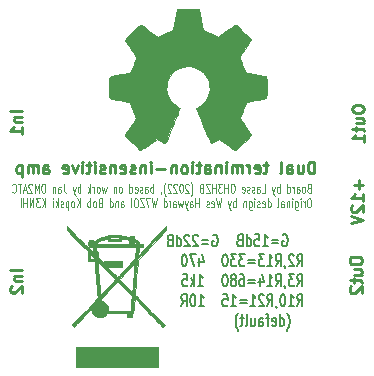
<source format=gbo>
G04 #@! TF.GenerationSoftware,KiCad,Pcbnew,5.99.0+really5.1.10+dfsg1-1*
G04 #@! TF.CreationDate,2022-01-15T17:01:17+02:00*
G04 #@! TF.ProjectId,tia,7469612e-6b69-4636-9164-5f7063625858,rev?*
G04 #@! TF.SameCoordinates,Original*
G04 #@! TF.FileFunction,Legend,Bot*
G04 #@! TF.FilePolarity,Positive*
%FSLAX46Y46*%
G04 Gerber Fmt 4.6, Leading zero omitted, Abs format (unit mm)*
G04 Created by KiCad (PCBNEW 5.99.0+really5.1.10+dfsg1-1) date 2022-01-15 17:01:17*
%MOMM*%
%LPD*%
G01*
G04 APERTURE LIST*
%ADD10C,0.187500*%
%ADD11C,0.250000*%
%ADD12C,0.112500*%
%ADD13C,0.010000*%
%ADD14C,5.400000*%
%ADD15O,2.100000X2.100000*%
G04 APERTURE END LIST*
D10*
X142539428Y-103496350D02*
X142610857Y-103448730D01*
X142718000Y-103448730D01*
X142825142Y-103496350D01*
X142896571Y-103591588D01*
X142932285Y-103686826D01*
X142968000Y-103877302D01*
X142968000Y-104020159D01*
X142932285Y-104210635D01*
X142896571Y-104305873D01*
X142825142Y-104401111D01*
X142718000Y-104448730D01*
X142646571Y-104448730D01*
X142539428Y-104401111D01*
X142503714Y-104353492D01*
X142503714Y-104020159D01*
X142646571Y-104020159D01*
X142182285Y-103924921D02*
X141610857Y-103924921D01*
X141610857Y-104210635D02*
X142182285Y-104210635D01*
X141289428Y-103543969D02*
X141253714Y-103496350D01*
X141182285Y-103448730D01*
X141003714Y-103448730D01*
X140932285Y-103496350D01*
X140896571Y-103543969D01*
X140860857Y-103639207D01*
X140860857Y-103734445D01*
X140896571Y-103877302D01*
X141325142Y-104448730D01*
X140860857Y-104448730D01*
X140575142Y-103543969D02*
X140539428Y-103496350D01*
X140468000Y-103448730D01*
X140289428Y-103448730D01*
X140218000Y-103496350D01*
X140182285Y-103543969D01*
X140146571Y-103639207D01*
X140146571Y-103734445D01*
X140182285Y-103877302D01*
X140610857Y-104448730D01*
X140146571Y-104448730D01*
X139503714Y-104448730D02*
X139503714Y-103448730D01*
X139503714Y-104401111D02*
X139575142Y-104448730D01*
X139718000Y-104448730D01*
X139789428Y-104401111D01*
X139825142Y-104353492D01*
X139860857Y-104258254D01*
X139860857Y-103972540D01*
X139825142Y-103877302D01*
X139789428Y-103829683D01*
X139718000Y-103782064D01*
X139575142Y-103782064D01*
X139503714Y-103829683D01*
X138896571Y-103924921D02*
X138789428Y-103972540D01*
X138753714Y-104020159D01*
X138718000Y-104115397D01*
X138718000Y-104258254D01*
X138753714Y-104353492D01*
X138789428Y-104401111D01*
X138860857Y-104448730D01*
X139146571Y-104448730D01*
X139146571Y-103448730D01*
X138896571Y-103448730D01*
X138825142Y-103496350D01*
X138789428Y-103543969D01*
X138753714Y-103639207D01*
X138753714Y-103734445D01*
X138789428Y-103829683D01*
X138825142Y-103877302D01*
X138896571Y-103924921D01*
X139146571Y-103924921D01*
X141414428Y-105469564D02*
X141414428Y-106136230D01*
X141593000Y-105088611D02*
X141771571Y-105802897D01*
X141307285Y-105802897D01*
X141093000Y-105136230D02*
X140593000Y-105136230D01*
X140914428Y-106136230D01*
X140164428Y-105136230D02*
X140093000Y-105136230D01*
X140021571Y-105183850D01*
X139985857Y-105231469D01*
X139950142Y-105326707D01*
X139914428Y-105517183D01*
X139914428Y-105755278D01*
X139950142Y-105945754D01*
X139985857Y-106040992D01*
X140021571Y-106088611D01*
X140093000Y-106136230D01*
X140164428Y-106136230D01*
X140235857Y-106088611D01*
X140271571Y-106040992D01*
X140307285Y-105945754D01*
X140343000Y-105755278D01*
X140343000Y-105517183D01*
X140307285Y-105326707D01*
X140271571Y-105231469D01*
X140235857Y-105183850D01*
X140164428Y-105136230D01*
X141289428Y-107823730D02*
X141718000Y-107823730D01*
X141503714Y-107823730D02*
X141503714Y-106823730D01*
X141575142Y-106966588D01*
X141646571Y-107061826D01*
X141718000Y-107109445D01*
X140968000Y-107823730D02*
X140968000Y-106823730D01*
X140896571Y-107442778D02*
X140682285Y-107823730D01*
X140682285Y-107157064D02*
X140968000Y-107538016D01*
X140003714Y-106823730D02*
X140360857Y-106823730D01*
X140396571Y-107299921D01*
X140360857Y-107252302D01*
X140289428Y-107204683D01*
X140110857Y-107204683D01*
X140039428Y-107252302D01*
X140003714Y-107299921D01*
X139968000Y-107395159D01*
X139968000Y-107633254D01*
X140003714Y-107728492D01*
X140039428Y-107776111D01*
X140110857Y-107823730D01*
X140289428Y-107823730D01*
X140360857Y-107776111D01*
X140396571Y-107728492D01*
X141360857Y-109511230D02*
X141789428Y-109511230D01*
X141575142Y-109511230D02*
X141575142Y-108511230D01*
X141646571Y-108654088D01*
X141718000Y-108749326D01*
X141789428Y-108796945D01*
X140896571Y-108511230D02*
X140825142Y-108511230D01*
X140753714Y-108558850D01*
X140718000Y-108606469D01*
X140682285Y-108701707D01*
X140646571Y-108892183D01*
X140646571Y-109130278D01*
X140682285Y-109320754D01*
X140718000Y-109415992D01*
X140753714Y-109463611D01*
X140825142Y-109511230D01*
X140896571Y-109511230D01*
X140968000Y-109463611D01*
X141003714Y-109415992D01*
X141039428Y-109320754D01*
X141075142Y-109130278D01*
X141075142Y-108892183D01*
X141039428Y-108701707D01*
X141003714Y-108606469D01*
X140968000Y-108558850D01*
X140896571Y-108511230D01*
X139896571Y-109511230D02*
X140146571Y-109035040D01*
X140325142Y-109511230D02*
X140325142Y-108511230D01*
X140039428Y-108511230D01*
X139968000Y-108558850D01*
X139932285Y-108606469D01*
X139896571Y-108701707D01*
X139896571Y-108844564D01*
X139932285Y-108939802D01*
X139968000Y-108987421D01*
X140039428Y-109035040D01*
X140325142Y-109035040D01*
X148457628Y-103490800D02*
X148529057Y-103443180D01*
X148636200Y-103443180D01*
X148743342Y-103490800D01*
X148814771Y-103586038D01*
X148850485Y-103681276D01*
X148886200Y-103871752D01*
X148886200Y-104014609D01*
X148850485Y-104205085D01*
X148814771Y-104300323D01*
X148743342Y-104395561D01*
X148636200Y-104443180D01*
X148564771Y-104443180D01*
X148457628Y-104395561D01*
X148421914Y-104347942D01*
X148421914Y-104014609D01*
X148564771Y-104014609D01*
X148100485Y-103919371D02*
X147529057Y-103919371D01*
X147529057Y-104205085D02*
X148100485Y-104205085D01*
X146779057Y-104443180D02*
X147207628Y-104443180D01*
X146993342Y-104443180D02*
X146993342Y-103443180D01*
X147064771Y-103586038D01*
X147136200Y-103681276D01*
X147207628Y-103728895D01*
X146100485Y-103443180D02*
X146457628Y-103443180D01*
X146493342Y-103919371D01*
X146457628Y-103871752D01*
X146386200Y-103824133D01*
X146207628Y-103824133D01*
X146136200Y-103871752D01*
X146100485Y-103919371D01*
X146064771Y-104014609D01*
X146064771Y-104252704D01*
X146100485Y-104347942D01*
X146136200Y-104395561D01*
X146207628Y-104443180D01*
X146386200Y-104443180D01*
X146457628Y-104395561D01*
X146493342Y-104347942D01*
X145421914Y-104443180D02*
X145421914Y-103443180D01*
X145421914Y-104395561D02*
X145493342Y-104443180D01*
X145636200Y-104443180D01*
X145707628Y-104395561D01*
X145743342Y-104347942D01*
X145779057Y-104252704D01*
X145779057Y-103966990D01*
X145743342Y-103871752D01*
X145707628Y-103824133D01*
X145636200Y-103776514D01*
X145493342Y-103776514D01*
X145421914Y-103824133D01*
X144814771Y-103919371D02*
X144707628Y-103966990D01*
X144671914Y-104014609D01*
X144636200Y-104109847D01*
X144636200Y-104252704D01*
X144671914Y-104347942D01*
X144707628Y-104395561D01*
X144779057Y-104443180D01*
X145064771Y-104443180D01*
X145064771Y-103443180D01*
X144814771Y-103443180D01*
X144743342Y-103490800D01*
X144707628Y-103538419D01*
X144671914Y-103633657D01*
X144671914Y-103728895D01*
X144707628Y-103824133D01*
X144743342Y-103871752D01*
X144814771Y-103919371D01*
X145064771Y-103919371D01*
X149689771Y-106130680D02*
X149939771Y-105654490D01*
X150118342Y-106130680D02*
X150118342Y-105130680D01*
X149832628Y-105130680D01*
X149761200Y-105178300D01*
X149725485Y-105225919D01*
X149689771Y-105321157D01*
X149689771Y-105464014D01*
X149725485Y-105559252D01*
X149761200Y-105606871D01*
X149832628Y-105654490D01*
X150118342Y-105654490D01*
X149404057Y-105225919D02*
X149368342Y-105178300D01*
X149296914Y-105130680D01*
X149118342Y-105130680D01*
X149046914Y-105178300D01*
X149011200Y-105225919D01*
X148975485Y-105321157D01*
X148975485Y-105416395D01*
X149011200Y-105559252D01*
X149439771Y-106130680D01*
X148975485Y-106130680D01*
X148618342Y-106083061D02*
X148618342Y-106130680D01*
X148654057Y-106225919D01*
X148689771Y-106273538D01*
X147868342Y-106130680D02*
X148118342Y-105654490D01*
X148296914Y-106130680D02*
X148296914Y-105130680D01*
X148011200Y-105130680D01*
X147939771Y-105178300D01*
X147904057Y-105225919D01*
X147868342Y-105321157D01*
X147868342Y-105464014D01*
X147904057Y-105559252D01*
X147939771Y-105606871D01*
X148011200Y-105654490D01*
X148296914Y-105654490D01*
X147154057Y-106130680D02*
X147582628Y-106130680D01*
X147368342Y-106130680D02*
X147368342Y-105130680D01*
X147439771Y-105273538D01*
X147511200Y-105368776D01*
X147582628Y-105416395D01*
X146904057Y-105130680D02*
X146439771Y-105130680D01*
X146689771Y-105511633D01*
X146582628Y-105511633D01*
X146511200Y-105559252D01*
X146475485Y-105606871D01*
X146439771Y-105702109D01*
X146439771Y-105940204D01*
X146475485Y-106035442D01*
X146511200Y-106083061D01*
X146582628Y-106130680D01*
X146796914Y-106130680D01*
X146868342Y-106083061D01*
X146904057Y-106035442D01*
X146118342Y-105606871D02*
X145546914Y-105606871D01*
X145546914Y-105892585D02*
X146118342Y-105892585D01*
X145261200Y-105130680D02*
X144796914Y-105130680D01*
X145046914Y-105511633D01*
X144939771Y-105511633D01*
X144868342Y-105559252D01*
X144832628Y-105606871D01*
X144796914Y-105702109D01*
X144796914Y-105940204D01*
X144832628Y-106035442D01*
X144868342Y-106083061D01*
X144939771Y-106130680D01*
X145154057Y-106130680D01*
X145225485Y-106083061D01*
X145261200Y-106035442D01*
X144546914Y-105130680D02*
X144082628Y-105130680D01*
X144332628Y-105511633D01*
X144225485Y-105511633D01*
X144154057Y-105559252D01*
X144118342Y-105606871D01*
X144082628Y-105702109D01*
X144082628Y-105940204D01*
X144118342Y-106035442D01*
X144154057Y-106083061D01*
X144225485Y-106130680D01*
X144439771Y-106130680D01*
X144511200Y-106083061D01*
X144546914Y-106035442D01*
X143618342Y-105130680D02*
X143546914Y-105130680D01*
X143475485Y-105178300D01*
X143439771Y-105225919D01*
X143404057Y-105321157D01*
X143368342Y-105511633D01*
X143368342Y-105749728D01*
X143404057Y-105940204D01*
X143439771Y-106035442D01*
X143475485Y-106083061D01*
X143546914Y-106130680D01*
X143618342Y-106130680D01*
X143689771Y-106083061D01*
X143725485Y-106035442D01*
X143761200Y-105940204D01*
X143796914Y-105749728D01*
X143796914Y-105511633D01*
X143761200Y-105321157D01*
X143725485Y-105225919D01*
X143689771Y-105178300D01*
X143618342Y-105130680D01*
X149689771Y-107818180D02*
X149939771Y-107341990D01*
X150118342Y-107818180D02*
X150118342Y-106818180D01*
X149832628Y-106818180D01*
X149761200Y-106865800D01*
X149725485Y-106913419D01*
X149689771Y-107008657D01*
X149689771Y-107151514D01*
X149725485Y-107246752D01*
X149761200Y-107294371D01*
X149832628Y-107341990D01*
X150118342Y-107341990D01*
X149439771Y-106818180D02*
X148975485Y-106818180D01*
X149225485Y-107199133D01*
X149118342Y-107199133D01*
X149046914Y-107246752D01*
X149011200Y-107294371D01*
X148975485Y-107389609D01*
X148975485Y-107627704D01*
X149011200Y-107722942D01*
X149046914Y-107770561D01*
X149118342Y-107818180D01*
X149332628Y-107818180D01*
X149404057Y-107770561D01*
X149439771Y-107722942D01*
X148618342Y-107770561D02*
X148618342Y-107818180D01*
X148654057Y-107913419D01*
X148689771Y-107961038D01*
X147868342Y-107818180D02*
X148118342Y-107341990D01*
X148296914Y-107818180D02*
X148296914Y-106818180D01*
X148011200Y-106818180D01*
X147939771Y-106865800D01*
X147904057Y-106913419D01*
X147868342Y-107008657D01*
X147868342Y-107151514D01*
X147904057Y-107246752D01*
X147939771Y-107294371D01*
X148011200Y-107341990D01*
X148296914Y-107341990D01*
X147154057Y-107818180D02*
X147582628Y-107818180D01*
X147368342Y-107818180D02*
X147368342Y-106818180D01*
X147439771Y-106961038D01*
X147511200Y-107056276D01*
X147582628Y-107103895D01*
X146511200Y-107151514D02*
X146511200Y-107818180D01*
X146689771Y-106770561D02*
X146868342Y-107484847D01*
X146404057Y-107484847D01*
X146118342Y-107294371D02*
X145546914Y-107294371D01*
X145546914Y-107580085D02*
X146118342Y-107580085D01*
X144868342Y-106818180D02*
X145011200Y-106818180D01*
X145082628Y-106865800D01*
X145118342Y-106913419D01*
X145189771Y-107056276D01*
X145225485Y-107246752D01*
X145225485Y-107627704D01*
X145189771Y-107722942D01*
X145154057Y-107770561D01*
X145082628Y-107818180D01*
X144939771Y-107818180D01*
X144868342Y-107770561D01*
X144832628Y-107722942D01*
X144796914Y-107627704D01*
X144796914Y-107389609D01*
X144832628Y-107294371D01*
X144868342Y-107246752D01*
X144939771Y-107199133D01*
X145082628Y-107199133D01*
X145154057Y-107246752D01*
X145189771Y-107294371D01*
X145225485Y-107389609D01*
X144368342Y-107246752D02*
X144439771Y-107199133D01*
X144475485Y-107151514D01*
X144511200Y-107056276D01*
X144511200Y-107008657D01*
X144475485Y-106913419D01*
X144439771Y-106865800D01*
X144368342Y-106818180D01*
X144225485Y-106818180D01*
X144154057Y-106865800D01*
X144118342Y-106913419D01*
X144082628Y-107008657D01*
X144082628Y-107056276D01*
X144118342Y-107151514D01*
X144154057Y-107199133D01*
X144225485Y-107246752D01*
X144368342Y-107246752D01*
X144439771Y-107294371D01*
X144475485Y-107341990D01*
X144511200Y-107437228D01*
X144511200Y-107627704D01*
X144475485Y-107722942D01*
X144439771Y-107770561D01*
X144368342Y-107818180D01*
X144225485Y-107818180D01*
X144154057Y-107770561D01*
X144118342Y-107722942D01*
X144082628Y-107627704D01*
X144082628Y-107437228D01*
X144118342Y-107341990D01*
X144154057Y-107294371D01*
X144225485Y-107246752D01*
X143618342Y-106818180D02*
X143546914Y-106818180D01*
X143475485Y-106865800D01*
X143439771Y-106913419D01*
X143404057Y-107008657D01*
X143368342Y-107199133D01*
X143368342Y-107437228D01*
X143404057Y-107627704D01*
X143439771Y-107722942D01*
X143475485Y-107770561D01*
X143546914Y-107818180D01*
X143618342Y-107818180D01*
X143689771Y-107770561D01*
X143725485Y-107722942D01*
X143761200Y-107627704D01*
X143796914Y-107437228D01*
X143796914Y-107199133D01*
X143761200Y-107008657D01*
X143725485Y-106913419D01*
X143689771Y-106865800D01*
X143618342Y-106818180D01*
X149689771Y-109505680D02*
X149939771Y-109029490D01*
X150118342Y-109505680D02*
X150118342Y-108505680D01*
X149832628Y-108505680D01*
X149761200Y-108553300D01*
X149725485Y-108600919D01*
X149689771Y-108696157D01*
X149689771Y-108839014D01*
X149725485Y-108934252D01*
X149761200Y-108981871D01*
X149832628Y-109029490D01*
X150118342Y-109029490D01*
X148975485Y-109505680D02*
X149404057Y-109505680D01*
X149189771Y-109505680D02*
X149189771Y-108505680D01*
X149261200Y-108648538D01*
X149332628Y-108743776D01*
X149404057Y-108791395D01*
X148511200Y-108505680D02*
X148439771Y-108505680D01*
X148368342Y-108553300D01*
X148332628Y-108600919D01*
X148296914Y-108696157D01*
X148261200Y-108886633D01*
X148261200Y-109124728D01*
X148296914Y-109315204D01*
X148332628Y-109410442D01*
X148368342Y-109458061D01*
X148439771Y-109505680D01*
X148511200Y-109505680D01*
X148582628Y-109458061D01*
X148618342Y-109410442D01*
X148654057Y-109315204D01*
X148689771Y-109124728D01*
X148689771Y-108886633D01*
X148654057Y-108696157D01*
X148618342Y-108600919D01*
X148582628Y-108553300D01*
X148511200Y-108505680D01*
X147904057Y-109458061D02*
X147904057Y-109505680D01*
X147939771Y-109600919D01*
X147975485Y-109648538D01*
X147154057Y-109505680D02*
X147404057Y-109029490D01*
X147582628Y-109505680D02*
X147582628Y-108505680D01*
X147296914Y-108505680D01*
X147225485Y-108553300D01*
X147189771Y-108600919D01*
X147154057Y-108696157D01*
X147154057Y-108839014D01*
X147189771Y-108934252D01*
X147225485Y-108981871D01*
X147296914Y-109029490D01*
X147582628Y-109029490D01*
X146868342Y-108600919D02*
X146832628Y-108553300D01*
X146761200Y-108505680D01*
X146582628Y-108505680D01*
X146511200Y-108553300D01*
X146475485Y-108600919D01*
X146439771Y-108696157D01*
X146439771Y-108791395D01*
X146475485Y-108934252D01*
X146904057Y-109505680D01*
X146439771Y-109505680D01*
X145725485Y-109505680D02*
X146154057Y-109505680D01*
X145939771Y-109505680D02*
X145939771Y-108505680D01*
X146011200Y-108648538D01*
X146082628Y-108743776D01*
X146154057Y-108791395D01*
X145404057Y-108981871D02*
X144832628Y-108981871D01*
X144832628Y-109267585D02*
X145404057Y-109267585D01*
X144082628Y-109505680D02*
X144511200Y-109505680D01*
X144296914Y-109505680D02*
X144296914Y-108505680D01*
X144368342Y-108648538D01*
X144439771Y-108743776D01*
X144511200Y-108791395D01*
X143404057Y-108505680D02*
X143761200Y-108505680D01*
X143796914Y-108981871D01*
X143761200Y-108934252D01*
X143689771Y-108886633D01*
X143511200Y-108886633D01*
X143439771Y-108934252D01*
X143404057Y-108981871D01*
X143368342Y-109077109D01*
X143368342Y-109315204D01*
X143404057Y-109410442D01*
X143439771Y-109458061D01*
X143511200Y-109505680D01*
X143689771Y-109505680D01*
X143761200Y-109458061D01*
X143796914Y-109410442D01*
X148832628Y-111574133D02*
X148868342Y-111526514D01*
X148939771Y-111383657D01*
X148975485Y-111288419D01*
X149011200Y-111145561D01*
X149046914Y-110907466D01*
X149046914Y-110716990D01*
X149011200Y-110478895D01*
X148975485Y-110336038D01*
X148939771Y-110240800D01*
X148868342Y-110097942D01*
X148832628Y-110050323D01*
X148225485Y-111193180D02*
X148225485Y-110193180D01*
X148225485Y-111145561D02*
X148296914Y-111193180D01*
X148439771Y-111193180D01*
X148511200Y-111145561D01*
X148546914Y-111097942D01*
X148582628Y-111002704D01*
X148582628Y-110716990D01*
X148546914Y-110621752D01*
X148511200Y-110574133D01*
X148439771Y-110526514D01*
X148296914Y-110526514D01*
X148225485Y-110574133D01*
X147582628Y-111145561D02*
X147654057Y-111193180D01*
X147796914Y-111193180D01*
X147868342Y-111145561D01*
X147904057Y-111050323D01*
X147904057Y-110669371D01*
X147868342Y-110574133D01*
X147796914Y-110526514D01*
X147654057Y-110526514D01*
X147582628Y-110574133D01*
X147546914Y-110669371D01*
X147546914Y-110764609D01*
X147904057Y-110859847D01*
X147332628Y-110526514D02*
X147046914Y-110526514D01*
X147225485Y-111193180D02*
X147225485Y-110336038D01*
X147189771Y-110240800D01*
X147118342Y-110193180D01*
X147046914Y-110193180D01*
X146475485Y-111193180D02*
X146475485Y-110669371D01*
X146511200Y-110574133D01*
X146582628Y-110526514D01*
X146725485Y-110526514D01*
X146796914Y-110574133D01*
X146475485Y-111145561D02*
X146546914Y-111193180D01*
X146725485Y-111193180D01*
X146796914Y-111145561D01*
X146832628Y-111050323D01*
X146832628Y-110955085D01*
X146796914Y-110859847D01*
X146725485Y-110812228D01*
X146546914Y-110812228D01*
X146475485Y-110764609D01*
X145796914Y-110526514D02*
X145796914Y-111193180D01*
X146118342Y-110526514D02*
X146118342Y-111050323D01*
X146082628Y-111145561D01*
X146011200Y-111193180D01*
X145904057Y-111193180D01*
X145832628Y-111145561D01*
X145796914Y-111097942D01*
X145332628Y-111193180D02*
X145404057Y-111145561D01*
X145439771Y-111050323D01*
X145439771Y-110193180D01*
X145154057Y-110526514D02*
X144868342Y-110526514D01*
X145046914Y-110193180D02*
X145046914Y-111050323D01*
X145011200Y-111145561D01*
X144939771Y-111193180D01*
X144868342Y-111193180D01*
X144689771Y-111574133D02*
X144654057Y-111526514D01*
X144582628Y-111383657D01*
X144546914Y-111288419D01*
X144511200Y-111145561D01*
X144475485Y-110907466D01*
X144475485Y-110716990D01*
X144511200Y-110478895D01*
X144546914Y-110336038D01*
X144582628Y-110240800D01*
X144654057Y-110097942D01*
X144689771Y-110050323D01*
D11*
X151152238Y-98267780D02*
X151152238Y-97267780D01*
X150914142Y-97267780D01*
X150771285Y-97315400D01*
X150676047Y-97410638D01*
X150628428Y-97505876D01*
X150580809Y-97696352D01*
X150580809Y-97839209D01*
X150628428Y-98029685D01*
X150676047Y-98124923D01*
X150771285Y-98220161D01*
X150914142Y-98267780D01*
X151152238Y-98267780D01*
X149723666Y-97601114D02*
X149723666Y-98267780D01*
X150152238Y-97601114D02*
X150152238Y-98124923D01*
X150104619Y-98220161D01*
X150009380Y-98267780D01*
X149866523Y-98267780D01*
X149771285Y-98220161D01*
X149723666Y-98172542D01*
X148818904Y-98267780D02*
X148818904Y-97743971D01*
X148866523Y-97648733D01*
X148961761Y-97601114D01*
X149152238Y-97601114D01*
X149247476Y-97648733D01*
X148818904Y-98220161D02*
X148914142Y-98267780D01*
X149152238Y-98267780D01*
X149247476Y-98220161D01*
X149295095Y-98124923D01*
X149295095Y-98029685D01*
X149247476Y-97934447D01*
X149152238Y-97886828D01*
X148914142Y-97886828D01*
X148818904Y-97839209D01*
X148199857Y-98267780D02*
X148295095Y-98220161D01*
X148342714Y-98124923D01*
X148342714Y-97267780D01*
X147199857Y-97601114D02*
X146818904Y-97601114D01*
X147057000Y-97267780D02*
X147057000Y-98124923D01*
X147009380Y-98220161D01*
X146914142Y-98267780D01*
X146818904Y-98267780D01*
X146104619Y-98220161D02*
X146199857Y-98267780D01*
X146390333Y-98267780D01*
X146485571Y-98220161D01*
X146533190Y-98124923D01*
X146533190Y-97743971D01*
X146485571Y-97648733D01*
X146390333Y-97601114D01*
X146199857Y-97601114D01*
X146104619Y-97648733D01*
X146057000Y-97743971D01*
X146057000Y-97839209D01*
X146533190Y-97934447D01*
X145628428Y-98267780D02*
X145628428Y-97601114D01*
X145628428Y-97791590D02*
X145580809Y-97696352D01*
X145533190Y-97648733D01*
X145437952Y-97601114D01*
X145342714Y-97601114D01*
X145009380Y-98267780D02*
X145009380Y-97601114D01*
X145009380Y-97696352D02*
X144961761Y-97648733D01*
X144866523Y-97601114D01*
X144723666Y-97601114D01*
X144628428Y-97648733D01*
X144580809Y-97743971D01*
X144580809Y-98267780D01*
X144580809Y-97743971D02*
X144533190Y-97648733D01*
X144437952Y-97601114D01*
X144295095Y-97601114D01*
X144199857Y-97648733D01*
X144152238Y-97743971D01*
X144152238Y-98267780D01*
X143676047Y-98267780D02*
X143676047Y-97601114D01*
X143676047Y-97267780D02*
X143723666Y-97315400D01*
X143676047Y-97363019D01*
X143628428Y-97315400D01*
X143676047Y-97267780D01*
X143676047Y-97363019D01*
X143199857Y-97601114D02*
X143199857Y-98267780D01*
X143199857Y-97696352D02*
X143152238Y-97648733D01*
X143057000Y-97601114D01*
X142914142Y-97601114D01*
X142818904Y-97648733D01*
X142771285Y-97743971D01*
X142771285Y-98267780D01*
X141866523Y-98267780D02*
X141866523Y-97743971D01*
X141914142Y-97648733D01*
X142009380Y-97601114D01*
X142199857Y-97601114D01*
X142295095Y-97648733D01*
X141866523Y-98220161D02*
X141961761Y-98267780D01*
X142199857Y-98267780D01*
X142295095Y-98220161D01*
X142342714Y-98124923D01*
X142342714Y-98029685D01*
X142295095Y-97934447D01*
X142199857Y-97886828D01*
X141961761Y-97886828D01*
X141866523Y-97839209D01*
X141533190Y-97601114D02*
X141152238Y-97601114D01*
X141390333Y-97267780D02*
X141390333Y-98124923D01*
X141342714Y-98220161D01*
X141247476Y-98267780D01*
X141152238Y-98267780D01*
X140818904Y-98267780D02*
X140818904Y-97601114D01*
X140818904Y-97267780D02*
X140866523Y-97315400D01*
X140818904Y-97363019D01*
X140771285Y-97315400D01*
X140818904Y-97267780D01*
X140818904Y-97363019D01*
X140199857Y-98267780D02*
X140295095Y-98220161D01*
X140342714Y-98172542D01*
X140390333Y-98077304D01*
X140390333Y-97791590D01*
X140342714Y-97696352D01*
X140295095Y-97648733D01*
X140199857Y-97601114D01*
X140057000Y-97601114D01*
X139961761Y-97648733D01*
X139914142Y-97696352D01*
X139866523Y-97791590D01*
X139866523Y-98077304D01*
X139914142Y-98172542D01*
X139961761Y-98220161D01*
X140057000Y-98267780D01*
X140199857Y-98267780D01*
X139437952Y-97601114D02*
X139437952Y-98267780D01*
X139437952Y-97696352D02*
X139390333Y-97648733D01*
X139295095Y-97601114D01*
X139152238Y-97601114D01*
X139057000Y-97648733D01*
X139009380Y-97743971D01*
X139009380Y-98267780D01*
X138533190Y-97886828D02*
X137771285Y-97886828D01*
X137295095Y-98267780D02*
X137295095Y-97601114D01*
X137295095Y-97267780D02*
X137342714Y-97315400D01*
X137295095Y-97363019D01*
X137247476Y-97315400D01*
X137295095Y-97267780D01*
X137295095Y-97363019D01*
X136818904Y-97601114D02*
X136818904Y-98267780D01*
X136818904Y-97696352D02*
X136771285Y-97648733D01*
X136676047Y-97601114D01*
X136533190Y-97601114D01*
X136437952Y-97648733D01*
X136390333Y-97743971D01*
X136390333Y-98267780D01*
X135961761Y-98220161D02*
X135866523Y-98267780D01*
X135676047Y-98267780D01*
X135580809Y-98220161D01*
X135533190Y-98124923D01*
X135533190Y-98077304D01*
X135580809Y-97982066D01*
X135676047Y-97934447D01*
X135818904Y-97934447D01*
X135914142Y-97886828D01*
X135961761Y-97791590D01*
X135961761Y-97743971D01*
X135914142Y-97648733D01*
X135818904Y-97601114D01*
X135676047Y-97601114D01*
X135580809Y-97648733D01*
X134723666Y-98220161D02*
X134818904Y-98267780D01*
X135009380Y-98267780D01*
X135104619Y-98220161D01*
X135152238Y-98124923D01*
X135152238Y-97743971D01*
X135104619Y-97648733D01*
X135009380Y-97601114D01*
X134818904Y-97601114D01*
X134723666Y-97648733D01*
X134676047Y-97743971D01*
X134676047Y-97839209D01*
X135152238Y-97934447D01*
X134247476Y-97601114D02*
X134247476Y-98267780D01*
X134247476Y-97696352D02*
X134199857Y-97648733D01*
X134104619Y-97601114D01*
X133961761Y-97601114D01*
X133866523Y-97648733D01*
X133818904Y-97743971D01*
X133818904Y-98267780D01*
X133390333Y-98220161D02*
X133295095Y-98267780D01*
X133104619Y-98267780D01*
X133009380Y-98220161D01*
X132961761Y-98124923D01*
X132961761Y-98077304D01*
X133009380Y-97982066D01*
X133104619Y-97934447D01*
X133247476Y-97934447D01*
X133342714Y-97886828D01*
X133390333Y-97791590D01*
X133390333Y-97743971D01*
X133342714Y-97648733D01*
X133247476Y-97601114D01*
X133104619Y-97601114D01*
X133009380Y-97648733D01*
X132533190Y-98267780D02*
X132533190Y-97601114D01*
X132533190Y-97267780D02*
X132580809Y-97315400D01*
X132533190Y-97363019D01*
X132485571Y-97315400D01*
X132533190Y-97267780D01*
X132533190Y-97363019D01*
X132199857Y-97601114D02*
X131818904Y-97601114D01*
X132057000Y-97267780D02*
X132057000Y-98124923D01*
X132009380Y-98220161D01*
X131914142Y-98267780D01*
X131818904Y-98267780D01*
X131485571Y-98267780D02*
X131485571Y-97601114D01*
X131485571Y-97267780D02*
X131533190Y-97315400D01*
X131485571Y-97363019D01*
X131437952Y-97315400D01*
X131485571Y-97267780D01*
X131485571Y-97363019D01*
X131104619Y-97601114D02*
X130866523Y-98267780D01*
X130628428Y-97601114D01*
X129866523Y-98220161D02*
X129961761Y-98267780D01*
X130152238Y-98267780D01*
X130247476Y-98220161D01*
X130295095Y-98124923D01*
X130295095Y-97743971D01*
X130247476Y-97648733D01*
X130152238Y-97601114D01*
X129961761Y-97601114D01*
X129866523Y-97648733D01*
X129818904Y-97743971D01*
X129818904Y-97839209D01*
X130295095Y-97934447D01*
X128199857Y-98267780D02*
X128199857Y-97743971D01*
X128247476Y-97648733D01*
X128342714Y-97601114D01*
X128533190Y-97601114D01*
X128628428Y-97648733D01*
X128199857Y-98220161D02*
X128295095Y-98267780D01*
X128533190Y-98267780D01*
X128628428Y-98220161D01*
X128676047Y-98124923D01*
X128676047Y-98029685D01*
X128628428Y-97934447D01*
X128533190Y-97886828D01*
X128295095Y-97886828D01*
X128199857Y-97839209D01*
X127723666Y-98267780D02*
X127723666Y-97601114D01*
X127723666Y-97696352D02*
X127676047Y-97648733D01*
X127580809Y-97601114D01*
X127437952Y-97601114D01*
X127342714Y-97648733D01*
X127295095Y-97743971D01*
X127295095Y-98267780D01*
X127295095Y-97743971D02*
X127247476Y-97648733D01*
X127152238Y-97601114D01*
X127009380Y-97601114D01*
X126914142Y-97648733D01*
X126866523Y-97743971D01*
X126866523Y-98267780D01*
X126390333Y-97601114D02*
X126390333Y-98601114D01*
X126390333Y-97648733D02*
X126295095Y-97601114D01*
X126104619Y-97601114D01*
X126009380Y-97648733D01*
X125961761Y-97696352D01*
X125914142Y-97791590D01*
X125914142Y-98077304D01*
X125961761Y-98172542D01*
X126009380Y-98220161D01*
X126104619Y-98267780D01*
X126295095Y-98267780D01*
X126390333Y-98220161D01*
X154341580Y-92721276D02*
X154341580Y-92911752D01*
X154389200Y-93006990D01*
X154484438Y-93102228D01*
X154674914Y-93149847D01*
X155008247Y-93149847D01*
X155198723Y-93102228D01*
X155293961Y-93006990D01*
X155341580Y-92911752D01*
X155341580Y-92721276D01*
X155293961Y-92626038D01*
X155198723Y-92530800D01*
X155008247Y-92483180D01*
X154674914Y-92483180D01*
X154484438Y-92530800D01*
X154389200Y-92626038D01*
X154341580Y-92721276D01*
X154674914Y-94006990D02*
X155341580Y-94006990D01*
X154674914Y-93578419D02*
X155198723Y-93578419D01*
X155293961Y-93626038D01*
X155341580Y-93721276D01*
X155341580Y-93864133D01*
X155293961Y-93959371D01*
X155246342Y-94006990D01*
X154674914Y-94340323D02*
X154674914Y-94721276D01*
X154341580Y-94483180D02*
X155198723Y-94483180D01*
X155293961Y-94530800D01*
X155341580Y-94626038D01*
X155341580Y-94721276D01*
X155341580Y-95578419D02*
X155341580Y-95006990D01*
X155341580Y-95292704D02*
X154341580Y-95292704D01*
X154484438Y-95197466D01*
X154579676Y-95102228D01*
X154627295Y-95006990D01*
X126410980Y-93026028D02*
X125410980Y-93026028D01*
X125744314Y-93502219D02*
X126410980Y-93502219D01*
X125839552Y-93502219D02*
X125791933Y-93549838D01*
X125744314Y-93645076D01*
X125744314Y-93787933D01*
X125791933Y-93883171D01*
X125887171Y-93930790D01*
X126410980Y-93930790D01*
X126410980Y-94930790D02*
X126410980Y-94359361D01*
X126410980Y-94645076D02*
X125410980Y-94645076D01*
X125553838Y-94549838D01*
X125649076Y-94454600D01*
X125696695Y-94359361D01*
D12*
X150683532Y-99505278D02*
X150609246Y-99540992D01*
X150584484Y-99576707D01*
X150559722Y-99648135D01*
X150559722Y-99755278D01*
X150584484Y-99826707D01*
X150609246Y-99862421D01*
X150658770Y-99898135D01*
X150856865Y-99898135D01*
X150856865Y-99148135D01*
X150683532Y-99148135D01*
X150634008Y-99183850D01*
X150609246Y-99219564D01*
X150584484Y-99290992D01*
X150584484Y-99362421D01*
X150609246Y-99433850D01*
X150634008Y-99469564D01*
X150683532Y-99505278D01*
X150856865Y-99505278D01*
X150262579Y-99898135D02*
X150312103Y-99862421D01*
X150336865Y-99826707D01*
X150361627Y-99755278D01*
X150361627Y-99540992D01*
X150336865Y-99469564D01*
X150312103Y-99433850D01*
X150262579Y-99398135D01*
X150188294Y-99398135D01*
X150138770Y-99433850D01*
X150114008Y-99469564D01*
X150089246Y-99540992D01*
X150089246Y-99755278D01*
X150114008Y-99826707D01*
X150138770Y-99862421D01*
X150188294Y-99898135D01*
X150262579Y-99898135D01*
X149643532Y-99898135D02*
X149643532Y-99505278D01*
X149668294Y-99433850D01*
X149717817Y-99398135D01*
X149816865Y-99398135D01*
X149866389Y-99433850D01*
X149643532Y-99862421D02*
X149693055Y-99898135D01*
X149816865Y-99898135D01*
X149866389Y-99862421D01*
X149891151Y-99790992D01*
X149891151Y-99719564D01*
X149866389Y-99648135D01*
X149816865Y-99612421D01*
X149693055Y-99612421D01*
X149643532Y-99576707D01*
X149395913Y-99898135D02*
X149395913Y-99398135D01*
X149395913Y-99540992D02*
X149371151Y-99469564D01*
X149346389Y-99433850D01*
X149296865Y-99398135D01*
X149247341Y-99398135D01*
X148851151Y-99898135D02*
X148851151Y-99148135D01*
X148851151Y-99862421D02*
X148900675Y-99898135D01*
X148999722Y-99898135D01*
X149049246Y-99862421D01*
X149074008Y-99826707D01*
X149098770Y-99755278D01*
X149098770Y-99540992D01*
X149074008Y-99469564D01*
X149049246Y-99433850D01*
X148999722Y-99398135D01*
X148900675Y-99398135D01*
X148851151Y-99433850D01*
X148207341Y-99898135D02*
X148207341Y-99148135D01*
X148207341Y-99433850D02*
X148157817Y-99398135D01*
X148058770Y-99398135D01*
X148009246Y-99433850D01*
X147984484Y-99469564D01*
X147959722Y-99540992D01*
X147959722Y-99755278D01*
X147984484Y-99826707D01*
X148009246Y-99862421D01*
X148058770Y-99898135D01*
X148157817Y-99898135D01*
X148207341Y-99862421D01*
X147786389Y-99398135D02*
X147662579Y-99898135D01*
X147538770Y-99398135D02*
X147662579Y-99898135D01*
X147712103Y-100076707D01*
X147736865Y-100112421D01*
X147786389Y-100148135D01*
X146696865Y-99898135D02*
X146944484Y-99898135D01*
X146944484Y-99148135D01*
X146300675Y-99898135D02*
X146300675Y-99505278D01*
X146325436Y-99433850D01*
X146374960Y-99398135D01*
X146474008Y-99398135D01*
X146523532Y-99433850D01*
X146300675Y-99862421D02*
X146350198Y-99898135D01*
X146474008Y-99898135D01*
X146523532Y-99862421D01*
X146548294Y-99790992D01*
X146548294Y-99719564D01*
X146523532Y-99648135D01*
X146474008Y-99612421D01*
X146350198Y-99612421D01*
X146300675Y-99576707D01*
X146077817Y-99862421D02*
X146028294Y-99898135D01*
X145929246Y-99898135D01*
X145879722Y-99862421D01*
X145854960Y-99790992D01*
X145854960Y-99755278D01*
X145879722Y-99683850D01*
X145929246Y-99648135D01*
X146003532Y-99648135D01*
X146053055Y-99612421D01*
X146077817Y-99540992D01*
X146077817Y-99505278D01*
X146053055Y-99433850D01*
X146003532Y-99398135D01*
X145929246Y-99398135D01*
X145879722Y-99433850D01*
X145656865Y-99862421D02*
X145607341Y-99898135D01*
X145508294Y-99898135D01*
X145458770Y-99862421D01*
X145434008Y-99790992D01*
X145434008Y-99755278D01*
X145458770Y-99683850D01*
X145508294Y-99648135D01*
X145582579Y-99648135D01*
X145632103Y-99612421D01*
X145656865Y-99540992D01*
X145656865Y-99505278D01*
X145632103Y-99433850D01*
X145582579Y-99398135D01*
X145508294Y-99398135D01*
X145458770Y-99433850D01*
X145013055Y-99862421D02*
X145062579Y-99898135D01*
X145161627Y-99898135D01*
X145211151Y-99862421D01*
X145235913Y-99790992D01*
X145235913Y-99505278D01*
X145211151Y-99433850D01*
X145161627Y-99398135D01*
X145062579Y-99398135D01*
X145013055Y-99433850D01*
X144988294Y-99505278D01*
X144988294Y-99576707D01*
X145235913Y-99648135D01*
X144270198Y-99148135D02*
X144171151Y-99148135D01*
X144121627Y-99183850D01*
X144072103Y-99255278D01*
X144047341Y-99398135D01*
X144047341Y-99648135D01*
X144072103Y-99790992D01*
X144121627Y-99862421D01*
X144171151Y-99898135D01*
X144270198Y-99898135D01*
X144319722Y-99862421D01*
X144369246Y-99790992D01*
X144394008Y-99648135D01*
X144394008Y-99398135D01*
X144369246Y-99255278D01*
X144319722Y-99183850D01*
X144270198Y-99148135D01*
X143824484Y-99898135D02*
X143824484Y-99148135D01*
X143824484Y-99505278D02*
X143527341Y-99505278D01*
X143527341Y-99898135D02*
X143527341Y-99148135D01*
X143329246Y-99148135D02*
X143007341Y-99148135D01*
X143180675Y-99433850D01*
X143106389Y-99433850D01*
X143056865Y-99469564D01*
X143032103Y-99505278D01*
X143007341Y-99576707D01*
X143007341Y-99755278D01*
X143032103Y-99826707D01*
X143056865Y-99862421D01*
X143106389Y-99898135D01*
X143254960Y-99898135D01*
X143304484Y-99862421D01*
X143329246Y-99826707D01*
X142784484Y-99898135D02*
X142784484Y-99148135D01*
X142784484Y-99505278D02*
X142487341Y-99505278D01*
X142487341Y-99898135D02*
X142487341Y-99148135D01*
X142289246Y-99148135D02*
X141942579Y-99148135D01*
X142289246Y-99898135D01*
X141942579Y-99898135D01*
X141571151Y-99505278D02*
X141496865Y-99540992D01*
X141472103Y-99576707D01*
X141447341Y-99648135D01*
X141447341Y-99755278D01*
X141472103Y-99826707D01*
X141496865Y-99862421D01*
X141546389Y-99898135D01*
X141744484Y-99898135D01*
X141744484Y-99148135D01*
X141571151Y-99148135D01*
X141521627Y-99183850D01*
X141496865Y-99219564D01*
X141472103Y-99290992D01*
X141472103Y-99362421D01*
X141496865Y-99433850D01*
X141521627Y-99469564D01*
X141571151Y-99505278D01*
X141744484Y-99505278D01*
X140679722Y-100183850D02*
X140704484Y-100148135D01*
X140754008Y-100040992D01*
X140778770Y-99969564D01*
X140803532Y-99862421D01*
X140828294Y-99683850D01*
X140828294Y-99540992D01*
X140803532Y-99362421D01*
X140778770Y-99255278D01*
X140754008Y-99183850D01*
X140704484Y-99076707D01*
X140679722Y-99040992D01*
X140506389Y-99219564D02*
X140481627Y-99183850D01*
X140432103Y-99148135D01*
X140308294Y-99148135D01*
X140258770Y-99183850D01*
X140234008Y-99219564D01*
X140209246Y-99290992D01*
X140209246Y-99362421D01*
X140234008Y-99469564D01*
X140531151Y-99898135D01*
X140209246Y-99898135D01*
X139887341Y-99148135D02*
X139837817Y-99148135D01*
X139788294Y-99183850D01*
X139763532Y-99219564D01*
X139738770Y-99290992D01*
X139714008Y-99433850D01*
X139714008Y-99612421D01*
X139738770Y-99755278D01*
X139763532Y-99826707D01*
X139788294Y-99862421D01*
X139837817Y-99898135D01*
X139887341Y-99898135D01*
X139936865Y-99862421D01*
X139961627Y-99826707D01*
X139986389Y-99755278D01*
X140011151Y-99612421D01*
X140011151Y-99433850D01*
X139986389Y-99290992D01*
X139961627Y-99219564D01*
X139936865Y-99183850D01*
X139887341Y-99148135D01*
X139515913Y-99219564D02*
X139491151Y-99183850D01*
X139441627Y-99148135D01*
X139317817Y-99148135D01*
X139268294Y-99183850D01*
X139243532Y-99219564D01*
X139218770Y-99290992D01*
X139218770Y-99362421D01*
X139243532Y-99469564D01*
X139540675Y-99898135D01*
X139218770Y-99898135D01*
X139020675Y-99219564D02*
X138995913Y-99183850D01*
X138946389Y-99148135D01*
X138822579Y-99148135D01*
X138773055Y-99183850D01*
X138748294Y-99219564D01*
X138723532Y-99290992D01*
X138723532Y-99362421D01*
X138748294Y-99469564D01*
X139045436Y-99898135D01*
X138723532Y-99898135D01*
X138550198Y-100183850D02*
X138525436Y-100148135D01*
X138475913Y-100040992D01*
X138451151Y-99969564D01*
X138426389Y-99862421D01*
X138401627Y-99683850D01*
X138401627Y-99540992D01*
X138426389Y-99362421D01*
X138451151Y-99255278D01*
X138475913Y-99183850D01*
X138525436Y-99076707D01*
X138550198Y-99040992D01*
X138129246Y-99862421D02*
X138129246Y-99898135D01*
X138154008Y-99969564D01*
X138178770Y-100005278D01*
X137510198Y-99898135D02*
X137510198Y-99148135D01*
X137510198Y-99433850D02*
X137460675Y-99398135D01*
X137361627Y-99398135D01*
X137312103Y-99433850D01*
X137287341Y-99469564D01*
X137262579Y-99540992D01*
X137262579Y-99755278D01*
X137287341Y-99826707D01*
X137312103Y-99862421D01*
X137361627Y-99898135D01*
X137460675Y-99898135D01*
X137510198Y-99862421D01*
X136816865Y-99898135D02*
X136816865Y-99505278D01*
X136841627Y-99433850D01*
X136891151Y-99398135D01*
X136990198Y-99398135D01*
X137039722Y-99433850D01*
X136816865Y-99862421D02*
X136866389Y-99898135D01*
X136990198Y-99898135D01*
X137039722Y-99862421D01*
X137064484Y-99790992D01*
X137064484Y-99719564D01*
X137039722Y-99648135D01*
X136990198Y-99612421D01*
X136866389Y-99612421D01*
X136816865Y-99576707D01*
X136594008Y-99862421D02*
X136544484Y-99898135D01*
X136445436Y-99898135D01*
X136395913Y-99862421D01*
X136371151Y-99790992D01*
X136371151Y-99755278D01*
X136395913Y-99683850D01*
X136445436Y-99648135D01*
X136519722Y-99648135D01*
X136569246Y-99612421D01*
X136594008Y-99540992D01*
X136594008Y-99505278D01*
X136569246Y-99433850D01*
X136519722Y-99398135D01*
X136445436Y-99398135D01*
X136395913Y-99433850D01*
X135950198Y-99862421D02*
X135999722Y-99898135D01*
X136098770Y-99898135D01*
X136148294Y-99862421D01*
X136173055Y-99790992D01*
X136173055Y-99505278D01*
X136148294Y-99433850D01*
X136098770Y-99398135D01*
X135999722Y-99398135D01*
X135950198Y-99433850D01*
X135925436Y-99505278D01*
X135925436Y-99576707D01*
X136173055Y-99648135D01*
X135479722Y-99898135D02*
X135479722Y-99148135D01*
X135479722Y-99862421D02*
X135529246Y-99898135D01*
X135628294Y-99898135D01*
X135677817Y-99862421D01*
X135702579Y-99826707D01*
X135727341Y-99755278D01*
X135727341Y-99540992D01*
X135702579Y-99469564D01*
X135677817Y-99433850D01*
X135628294Y-99398135D01*
X135529246Y-99398135D01*
X135479722Y-99433850D01*
X134761627Y-99898135D02*
X134811151Y-99862421D01*
X134835913Y-99826707D01*
X134860675Y-99755278D01*
X134860675Y-99540992D01*
X134835913Y-99469564D01*
X134811151Y-99433850D01*
X134761627Y-99398135D01*
X134687341Y-99398135D01*
X134637817Y-99433850D01*
X134613055Y-99469564D01*
X134588294Y-99540992D01*
X134588294Y-99755278D01*
X134613055Y-99826707D01*
X134637817Y-99862421D01*
X134687341Y-99898135D01*
X134761627Y-99898135D01*
X134365436Y-99398135D02*
X134365436Y-99898135D01*
X134365436Y-99469564D02*
X134340675Y-99433850D01*
X134291151Y-99398135D01*
X134216865Y-99398135D01*
X134167341Y-99433850D01*
X134142579Y-99505278D01*
X134142579Y-99898135D01*
X133548294Y-99398135D02*
X133449246Y-99898135D01*
X133350198Y-99540992D01*
X133251151Y-99898135D01*
X133152103Y-99398135D01*
X132879722Y-99898135D02*
X132929246Y-99862421D01*
X132954008Y-99826707D01*
X132978770Y-99755278D01*
X132978770Y-99540992D01*
X132954008Y-99469564D01*
X132929246Y-99433850D01*
X132879722Y-99398135D01*
X132805436Y-99398135D01*
X132755913Y-99433850D01*
X132731151Y-99469564D01*
X132706389Y-99540992D01*
X132706389Y-99755278D01*
X132731151Y-99826707D01*
X132755913Y-99862421D01*
X132805436Y-99898135D01*
X132879722Y-99898135D01*
X132483532Y-99898135D02*
X132483532Y-99398135D01*
X132483532Y-99540992D02*
X132458770Y-99469564D01*
X132434008Y-99433850D01*
X132384484Y-99398135D01*
X132334960Y-99398135D01*
X132161627Y-99898135D02*
X132161627Y-99148135D01*
X132112103Y-99612421D02*
X131963532Y-99898135D01*
X131963532Y-99398135D02*
X132161627Y-99683850D01*
X131344484Y-99898135D02*
X131344484Y-99148135D01*
X131344484Y-99433850D02*
X131294960Y-99398135D01*
X131195913Y-99398135D01*
X131146389Y-99433850D01*
X131121627Y-99469564D01*
X131096865Y-99540992D01*
X131096865Y-99755278D01*
X131121627Y-99826707D01*
X131146389Y-99862421D01*
X131195913Y-99898135D01*
X131294960Y-99898135D01*
X131344484Y-99862421D01*
X130923532Y-99398135D02*
X130799722Y-99898135D01*
X130675913Y-99398135D02*
X130799722Y-99898135D01*
X130849246Y-100076707D01*
X130874008Y-100112421D01*
X130923532Y-100148135D01*
X129933055Y-99148135D02*
X129933055Y-99683850D01*
X129957817Y-99790992D01*
X130007341Y-99862421D01*
X130081627Y-99898135D01*
X130131151Y-99898135D01*
X129462579Y-99898135D02*
X129462579Y-99505278D01*
X129487341Y-99433850D01*
X129536865Y-99398135D01*
X129635913Y-99398135D01*
X129685436Y-99433850D01*
X129462579Y-99862421D02*
X129512103Y-99898135D01*
X129635913Y-99898135D01*
X129685436Y-99862421D01*
X129710198Y-99790992D01*
X129710198Y-99719564D01*
X129685436Y-99648135D01*
X129635913Y-99612421D01*
X129512103Y-99612421D01*
X129462579Y-99576707D01*
X129214960Y-99398135D02*
X129214960Y-99898135D01*
X129214960Y-99469564D02*
X129190198Y-99433850D01*
X129140675Y-99398135D01*
X129066389Y-99398135D01*
X129016865Y-99433850D01*
X128992103Y-99505278D01*
X128992103Y-99898135D01*
X128249246Y-99148135D02*
X128150198Y-99148135D01*
X128100675Y-99183850D01*
X128051151Y-99255278D01*
X128026389Y-99398135D01*
X128026389Y-99648135D01*
X128051151Y-99790992D01*
X128100675Y-99862421D01*
X128150198Y-99898135D01*
X128249246Y-99898135D01*
X128298770Y-99862421D01*
X128348294Y-99790992D01*
X128373055Y-99648135D01*
X128373055Y-99398135D01*
X128348294Y-99255278D01*
X128298770Y-99183850D01*
X128249246Y-99148135D01*
X127803532Y-99898135D02*
X127803532Y-99148135D01*
X127630198Y-99683850D01*
X127456865Y-99148135D01*
X127456865Y-99898135D01*
X127234008Y-99219564D02*
X127209246Y-99183850D01*
X127159722Y-99148135D01*
X127035913Y-99148135D01*
X126986389Y-99183850D01*
X126961627Y-99219564D01*
X126936865Y-99290992D01*
X126936865Y-99362421D01*
X126961627Y-99469564D01*
X127258770Y-99898135D01*
X126936865Y-99898135D01*
X126738770Y-99683850D02*
X126491151Y-99683850D01*
X126788294Y-99898135D02*
X126614960Y-99148135D01*
X126441627Y-99898135D01*
X126342579Y-99148135D02*
X126045436Y-99148135D01*
X126194008Y-99898135D02*
X126194008Y-99148135D01*
X125574960Y-99826707D02*
X125599722Y-99862421D01*
X125674008Y-99898135D01*
X125723532Y-99898135D01*
X125797817Y-99862421D01*
X125847341Y-99790992D01*
X125872103Y-99719564D01*
X125896865Y-99576707D01*
X125896865Y-99469564D01*
X125872103Y-99326707D01*
X125847341Y-99255278D01*
X125797817Y-99183850D01*
X125723532Y-99148135D01*
X125674008Y-99148135D01*
X125599722Y-99183850D01*
X125574960Y-99219564D01*
X150757817Y-100385635D02*
X150658770Y-100385635D01*
X150609246Y-100421350D01*
X150559722Y-100492778D01*
X150534960Y-100635635D01*
X150534960Y-100885635D01*
X150559722Y-101028492D01*
X150609246Y-101099921D01*
X150658770Y-101135635D01*
X150757817Y-101135635D01*
X150807341Y-101099921D01*
X150856865Y-101028492D01*
X150881627Y-100885635D01*
X150881627Y-100635635D01*
X150856865Y-100492778D01*
X150807341Y-100421350D01*
X150757817Y-100385635D01*
X150312103Y-101135635D02*
X150312103Y-100635635D01*
X150312103Y-100778492D02*
X150287341Y-100707064D01*
X150262579Y-100671350D01*
X150213055Y-100635635D01*
X150163532Y-100635635D01*
X149990198Y-101135635D02*
X149990198Y-100635635D01*
X149990198Y-100385635D02*
X150014960Y-100421350D01*
X149990198Y-100457064D01*
X149965436Y-100421350D01*
X149990198Y-100385635D01*
X149990198Y-100457064D01*
X149519722Y-100635635D02*
X149519722Y-101242778D01*
X149544484Y-101314207D01*
X149569246Y-101349921D01*
X149618770Y-101385635D01*
X149693055Y-101385635D01*
X149742579Y-101349921D01*
X149519722Y-101099921D02*
X149569246Y-101135635D01*
X149668294Y-101135635D01*
X149717817Y-101099921D01*
X149742579Y-101064207D01*
X149767341Y-100992778D01*
X149767341Y-100778492D01*
X149742579Y-100707064D01*
X149717817Y-100671350D01*
X149668294Y-100635635D01*
X149569246Y-100635635D01*
X149519722Y-100671350D01*
X149272103Y-101135635D02*
X149272103Y-100635635D01*
X149272103Y-100385635D02*
X149296865Y-100421350D01*
X149272103Y-100457064D01*
X149247341Y-100421350D01*
X149272103Y-100385635D01*
X149272103Y-100457064D01*
X149024484Y-100635635D02*
X149024484Y-101135635D01*
X149024484Y-100707064D02*
X148999722Y-100671350D01*
X148950198Y-100635635D01*
X148875913Y-100635635D01*
X148826389Y-100671350D01*
X148801627Y-100742778D01*
X148801627Y-101135635D01*
X148331151Y-101135635D02*
X148331151Y-100742778D01*
X148355913Y-100671350D01*
X148405436Y-100635635D01*
X148504484Y-100635635D01*
X148554008Y-100671350D01*
X148331151Y-101099921D02*
X148380675Y-101135635D01*
X148504484Y-101135635D01*
X148554008Y-101099921D01*
X148578770Y-101028492D01*
X148578770Y-100957064D01*
X148554008Y-100885635D01*
X148504484Y-100849921D01*
X148380675Y-100849921D01*
X148331151Y-100814207D01*
X148009246Y-101135635D02*
X148058770Y-101099921D01*
X148083532Y-101028492D01*
X148083532Y-100385635D01*
X147192103Y-101135635D02*
X147192103Y-100385635D01*
X147192103Y-101099921D02*
X147241627Y-101135635D01*
X147340675Y-101135635D01*
X147390198Y-101099921D01*
X147414960Y-101064207D01*
X147439722Y-100992778D01*
X147439722Y-100778492D01*
X147414960Y-100707064D01*
X147390198Y-100671350D01*
X147340675Y-100635635D01*
X147241627Y-100635635D01*
X147192103Y-100671350D01*
X146746389Y-101099921D02*
X146795913Y-101135635D01*
X146894960Y-101135635D01*
X146944484Y-101099921D01*
X146969246Y-101028492D01*
X146969246Y-100742778D01*
X146944484Y-100671350D01*
X146894960Y-100635635D01*
X146795913Y-100635635D01*
X146746389Y-100671350D01*
X146721627Y-100742778D01*
X146721627Y-100814207D01*
X146969246Y-100885635D01*
X146523532Y-101099921D02*
X146474008Y-101135635D01*
X146374960Y-101135635D01*
X146325436Y-101099921D01*
X146300675Y-101028492D01*
X146300675Y-100992778D01*
X146325436Y-100921350D01*
X146374960Y-100885635D01*
X146449246Y-100885635D01*
X146498770Y-100849921D01*
X146523532Y-100778492D01*
X146523532Y-100742778D01*
X146498770Y-100671350D01*
X146449246Y-100635635D01*
X146374960Y-100635635D01*
X146325436Y-100671350D01*
X146077817Y-101135635D02*
X146077817Y-100635635D01*
X146077817Y-100385635D02*
X146102579Y-100421350D01*
X146077817Y-100457064D01*
X146053055Y-100421350D01*
X146077817Y-100385635D01*
X146077817Y-100457064D01*
X145607341Y-100635635D02*
X145607341Y-101242778D01*
X145632103Y-101314207D01*
X145656865Y-101349921D01*
X145706389Y-101385635D01*
X145780675Y-101385635D01*
X145830198Y-101349921D01*
X145607341Y-101099921D02*
X145656865Y-101135635D01*
X145755913Y-101135635D01*
X145805436Y-101099921D01*
X145830198Y-101064207D01*
X145854960Y-100992778D01*
X145854960Y-100778492D01*
X145830198Y-100707064D01*
X145805436Y-100671350D01*
X145755913Y-100635635D01*
X145656865Y-100635635D01*
X145607341Y-100671350D01*
X145359722Y-100635635D02*
X145359722Y-101135635D01*
X145359722Y-100707064D02*
X145334960Y-100671350D01*
X145285436Y-100635635D01*
X145211151Y-100635635D01*
X145161627Y-100671350D01*
X145136865Y-100742778D01*
X145136865Y-101135635D01*
X144493055Y-101135635D02*
X144493055Y-100385635D01*
X144493055Y-100671350D02*
X144443532Y-100635635D01*
X144344484Y-100635635D01*
X144294960Y-100671350D01*
X144270198Y-100707064D01*
X144245436Y-100778492D01*
X144245436Y-100992778D01*
X144270198Y-101064207D01*
X144294960Y-101099921D01*
X144344484Y-101135635D01*
X144443532Y-101135635D01*
X144493055Y-101099921D01*
X144072103Y-100635635D02*
X143948294Y-101135635D01*
X143824484Y-100635635D02*
X143948294Y-101135635D01*
X143997817Y-101314207D01*
X144022579Y-101349921D01*
X144072103Y-101385635D01*
X143279722Y-100385635D02*
X143155913Y-101135635D01*
X143056865Y-100599921D01*
X142957817Y-101135635D01*
X142834008Y-100385635D01*
X142437817Y-101099921D02*
X142487341Y-101135635D01*
X142586389Y-101135635D01*
X142635913Y-101099921D01*
X142660675Y-101028492D01*
X142660675Y-100742778D01*
X142635913Y-100671350D01*
X142586389Y-100635635D01*
X142487341Y-100635635D01*
X142437817Y-100671350D01*
X142413055Y-100742778D01*
X142413055Y-100814207D01*
X142660675Y-100885635D01*
X142214960Y-101099921D02*
X142165436Y-101135635D01*
X142066389Y-101135635D01*
X142016865Y-101099921D01*
X141992103Y-101028492D01*
X141992103Y-100992778D01*
X142016865Y-100921350D01*
X142066389Y-100885635D01*
X142140675Y-100885635D01*
X142190198Y-100849921D01*
X142214960Y-100778492D01*
X142214960Y-100742778D01*
X142190198Y-100671350D01*
X142140675Y-100635635D01*
X142066389Y-100635635D01*
X142016865Y-100671350D01*
X141373055Y-101135635D02*
X141373055Y-100385635D01*
X141373055Y-100742778D02*
X141075913Y-100742778D01*
X141075913Y-101135635D02*
X141075913Y-100385635D01*
X140605436Y-101135635D02*
X140605436Y-100742778D01*
X140630198Y-100671350D01*
X140679722Y-100635635D01*
X140778770Y-100635635D01*
X140828294Y-100671350D01*
X140605436Y-101099921D02*
X140654960Y-101135635D01*
X140778770Y-101135635D01*
X140828294Y-101099921D01*
X140853055Y-101028492D01*
X140853055Y-100957064D01*
X140828294Y-100885635D01*
X140778770Y-100849921D01*
X140654960Y-100849921D01*
X140605436Y-100814207D01*
X140407341Y-100635635D02*
X140283532Y-101135635D01*
X140159722Y-100635635D02*
X140283532Y-101135635D01*
X140333055Y-101314207D01*
X140357817Y-101349921D01*
X140407341Y-101385635D01*
X140011151Y-100635635D02*
X139912103Y-101135635D01*
X139813055Y-100778492D01*
X139714008Y-101135635D01*
X139614960Y-100635635D01*
X139194008Y-101135635D02*
X139194008Y-100742778D01*
X139218770Y-100671350D01*
X139268294Y-100635635D01*
X139367341Y-100635635D01*
X139416865Y-100671350D01*
X139194008Y-101099921D02*
X139243532Y-101135635D01*
X139367341Y-101135635D01*
X139416865Y-101099921D01*
X139441627Y-101028492D01*
X139441627Y-100957064D01*
X139416865Y-100885635D01*
X139367341Y-100849921D01*
X139243532Y-100849921D01*
X139194008Y-100814207D01*
X138946389Y-101135635D02*
X138946389Y-100635635D01*
X138946389Y-100778492D02*
X138921627Y-100707064D01*
X138896865Y-100671350D01*
X138847341Y-100635635D01*
X138797817Y-100635635D01*
X138401627Y-101135635D02*
X138401627Y-100385635D01*
X138401627Y-101099921D02*
X138451151Y-101135635D01*
X138550198Y-101135635D01*
X138599722Y-101099921D01*
X138624484Y-101064207D01*
X138649246Y-100992778D01*
X138649246Y-100778492D01*
X138624484Y-100707064D01*
X138599722Y-100671350D01*
X138550198Y-100635635D01*
X138451151Y-100635635D01*
X138401627Y-100671350D01*
X137807341Y-100385635D02*
X137683532Y-101135635D01*
X137584484Y-100599921D01*
X137485436Y-101135635D01*
X137361627Y-100385635D01*
X137213055Y-100385635D02*
X136866389Y-100385635D01*
X137089246Y-101135635D01*
X136717817Y-100385635D02*
X136371151Y-100385635D01*
X136717817Y-101135635D01*
X136371151Y-101135635D01*
X136074008Y-100385635D02*
X135974960Y-100385635D01*
X135925436Y-100421350D01*
X135875913Y-100492778D01*
X135851151Y-100635635D01*
X135851151Y-100885635D01*
X135875913Y-101028492D01*
X135925436Y-101099921D01*
X135974960Y-101135635D01*
X136074008Y-101135635D01*
X136123532Y-101099921D01*
X136173055Y-101028492D01*
X136197817Y-100885635D01*
X136197817Y-100635635D01*
X136173055Y-100492778D01*
X136123532Y-100421350D01*
X136074008Y-100385635D01*
X135628294Y-101135635D02*
X135628294Y-100385635D01*
X134761627Y-101135635D02*
X134761627Y-100742778D01*
X134786389Y-100671350D01*
X134835913Y-100635635D01*
X134934960Y-100635635D01*
X134984484Y-100671350D01*
X134761627Y-101099921D02*
X134811151Y-101135635D01*
X134934960Y-101135635D01*
X134984484Y-101099921D01*
X135009246Y-101028492D01*
X135009246Y-100957064D01*
X134984484Y-100885635D01*
X134934960Y-100849921D01*
X134811151Y-100849921D01*
X134761627Y-100814207D01*
X134514008Y-100635635D02*
X134514008Y-101135635D01*
X134514008Y-100707064D02*
X134489246Y-100671350D01*
X134439722Y-100635635D01*
X134365436Y-100635635D01*
X134315913Y-100671350D01*
X134291151Y-100742778D01*
X134291151Y-101135635D01*
X133820675Y-101135635D02*
X133820675Y-100385635D01*
X133820675Y-101099921D02*
X133870198Y-101135635D01*
X133969246Y-101135635D01*
X134018770Y-101099921D01*
X134043532Y-101064207D01*
X134068294Y-100992778D01*
X134068294Y-100778492D01*
X134043532Y-100707064D01*
X134018770Y-100671350D01*
X133969246Y-100635635D01*
X133870198Y-100635635D01*
X133820675Y-100671350D01*
X133003532Y-100742778D02*
X132929246Y-100778492D01*
X132904484Y-100814207D01*
X132879722Y-100885635D01*
X132879722Y-100992778D01*
X132904484Y-101064207D01*
X132929246Y-101099921D01*
X132978770Y-101135635D01*
X133176865Y-101135635D01*
X133176865Y-100385635D01*
X133003532Y-100385635D01*
X132954008Y-100421350D01*
X132929246Y-100457064D01*
X132904484Y-100528492D01*
X132904484Y-100599921D01*
X132929246Y-100671350D01*
X132954008Y-100707064D01*
X133003532Y-100742778D01*
X133176865Y-100742778D01*
X132582579Y-101135635D02*
X132632103Y-101099921D01*
X132656865Y-101064207D01*
X132681627Y-100992778D01*
X132681627Y-100778492D01*
X132656865Y-100707064D01*
X132632103Y-100671350D01*
X132582579Y-100635635D01*
X132508294Y-100635635D01*
X132458770Y-100671350D01*
X132434008Y-100707064D01*
X132409246Y-100778492D01*
X132409246Y-100992778D01*
X132434008Y-101064207D01*
X132458770Y-101099921D01*
X132508294Y-101135635D01*
X132582579Y-101135635D01*
X132186389Y-101135635D02*
X132186389Y-100385635D01*
X132186389Y-100671350D02*
X132136865Y-100635635D01*
X132037817Y-100635635D01*
X131988294Y-100671350D01*
X131963532Y-100707064D01*
X131938770Y-100778492D01*
X131938770Y-100992778D01*
X131963532Y-101064207D01*
X131988294Y-101099921D01*
X132037817Y-101135635D01*
X132136865Y-101135635D01*
X132186389Y-101099921D01*
X131319722Y-101135635D02*
X131319722Y-100385635D01*
X131022579Y-101135635D02*
X131245436Y-100707064D01*
X131022579Y-100385635D02*
X131319722Y-100814207D01*
X130725436Y-101135635D02*
X130774960Y-101099921D01*
X130799722Y-101064207D01*
X130824484Y-100992778D01*
X130824484Y-100778492D01*
X130799722Y-100707064D01*
X130774960Y-100671350D01*
X130725436Y-100635635D01*
X130651151Y-100635635D01*
X130601627Y-100671350D01*
X130576865Y-100707064D01*
X130552103Y-100778492D01*
X130552103Y-100992778D01*
X130576865Y-101064207D01*
X130601627Y-101099921D01*
X130651151Y-101135635D01*
X130725436Y-101135635D01*
X130329246Y-100635635D02*
X130329246Y-101385635D01*
X130329246Y-100671350D02*
X130279722Y-100635635D01*
X130180675Y-100635635D01*
X130131151Y-100671350D01*
X130106389Y-100707064D01*
X130081627Y-100778492D01*
X130081627Y-100992778D01*
X130106389Y-101064207D01*
X130131151Y-101099921D01*
X130180675Y-101135635D01*
X130279722Y-101135635D01*
X130329246Y-101099921D01*
X129883532Y-101099921D02*
X129834008Y-101135635D01*
X129734960Y-101135635D01*
X129685436Y-101099921D01*
X129660675Y-101028492D01*
X129660675Y-100992778D01*
X129685436Y-100921350D01*
X129734960Y-100885635D01*
X129809246Y-100885635D01*
X129858770Y-100849921D01*
X129883532Y-100778492D01*
X129883532Y-100742778D01*
X129858770Y-100671350D01*
X129809246Y-100635635D01*
X129734960Y-100635635D01*
X129685436Y-100671350D01*
X129437817Y-101135635D02*
X129437817Y-100385635D01*
X129388294Y-100849921D02*
X129239722Y-101135635D01*
X129239722Y-100635635D02*
X129437817Y-100921350D01*
X129016865Y-101135635D02*
X129016865Y-100635635D01*
X129016865Y-100385635D02*
X129041627Y-100421350D01*
X129016865Y-100457064D01*
X128992103Y-100421350D01*
X129016865Y-100385635D01*
X129016865Y-100457064D01*
X128373055Y-101135635D02*
X128373055Y-100385635D01*
X128075913Y-101135635D02*
X128298770Y-100707064D01*
X128075913Y-100385635D02*
X128373055Y-100814207D01*
X127902579Y-100385635D02*
X127580675Y-100385635D01*
X127754008Y-100671350D01*
X127679722Y-100671350D01*
X127630198Y-100707064D01*
X127605436Y-100742778D01*
X127580675Y-100814207D01*
X127580675Y-100992778D01*
X127605436Y-101064207D01*
X127630198Y-101099921D01*
X127679722Y-101135635D01*
X127828294Y-101135635D01*
X127877817Y-101099921D01*
X127902579Y-101064207D01*
X127357817Y-101135635D02*
X127357817Y-100385635D01*
X127060675Y-101135635D01*
X127060675Y-100385635D01*
X126813055Y-101135635D02*
X126813055Y-100385635D01*
X126813055Y-100742778D02*
X126515913Y-100742778D01*
X126515913Y-101135635D02*
X126515913Y-100385635D01*
X126268294Y-101135635D02*
X126268294Y-100385635D01*
D11*
X126410980Y-106488028D02*
X125410980Y-106488028D01*
X125744314Y-106964219D02*
X126410980Y-106964219D01*
X125839552Y-106964219D02*
X125791933Y-107011838D01*
X125744314Y-107107076D01*
X125744314Y-107249933D01*
X125791933Y-107345171D01*
X125887171Y-107392790D01*
X126410980Y-107392790D01*
X125506219Y-107821361D02*
X125458600Y-107868980D01*
X125410980Y-107964219D01*
X125410980Y-108202314D01*
X125458600Y-108297552D01*
X125506219Y-108345171D01*
X125601457Y-108392790D01*
X125696695Y-108392790D01*
X125839552Y-108345171D01*
X126410980Y-107773742D01*
X126410980Y-108392790D01*
X154138380Y-105548276D02*
X154138380Y-105738752D01*
X154186000Y-105833990D01*
X154281238Y-105929228D01*
X154471714Y-105976847D01*
X154805047Y-105976847D01*
X154995523Y-105929228D01*
X155090761Y-105833990D01*
X155138380Y-105738752D01*
X155138380Y-105548276D01*
X155090761Y-105453038D01*
X154995523Y-105357800D01*
X154805047Y-105310180D01*
X154471714Y-105310180D01*
X154281238Y-105357800D01*
X154186000Y-105453038D01*
X154138380Y-105548276D01*
X154471714Y-106833990D02*
X155138380Y-106833990D01*
X154471714Y-106405419D02*
X154995523Y-106405419D01*
X155090761Y-106453038D01*
X155138380Y-106548276D01*
X155138380Y-106691133D01*
X155090761Y-106786371D01*
X155043142Y-106833990D01*
X154471714Y-107167323D02*
X154471714Y-107548276D01*
X154138380Y-107310180D02*
X154995523Y-107310180D01*
X155090761Y-107357800D01*
X155138380Y-107453038D01*
X155138380Y-107548276D01*
X154233619Y-107833990D02*
X154186000Y-107881609D01*
X154138380Y-107976847D01*
X154138380Y-108214942D01*
X154186000Y-108310180D01*
X154233619Y-108357800D01*
X154328857Y-108405419D01*
X154424095Y-108405419D01*
X154566952Y-108357800D01*
X155138380Y-107786371D01*
X155138380Y-108405419D01*
X154884428Y-98847495D02*
X154884428Y-99609400D01*
X155265380Y-99228447D02*
X154503476Y-99228447D01*
X155265380Y-100609400D02*
X155265380Y-100037971D01*
X155265380Y-100323685D02*
X154265380Y-100323685D01*
X154408238Y-100228447D01*
X154503476Y-100133209D01*
X154551095Y-100037971D01*
X154360619Y-100990352D02*
X154313000Y-101037971D01*
X154265380Y-101133209D01*
X154265380Y-101371304D01*
X154313000Y-101466542D01*
X154360619Y-101514161D01*
X154455857Y-101561780D01*
X154551095Y-101561780D01*
X154693952Y-101514161D01*
X155265380Y-100942733D01*
X155265380Y-101561780D01*
X154265380Y-101847495D02*
X155265380Y-102180828D01*
X154265380Y-102514161D01*
D13*
G36*
X139342197Y-85273840D02*
G01*
X139173324Y-86169627D01*
X138550204Y-86426498D01*
X137927084Y-86683368D01*
X137179547Y-86175049D01*
X136970198Y-86033516D01*
X136780957Y-85907145D01*
X136620657Y-85801707D01*
X136498126Y-85722970D01*
X136422198Y-85676705D01*
X136401520Y-85666729D01*
X136364269Y-85692386D01*
X136284668Y-85763315D01*
X136171639Y-85870457D01*
X136034105Y-86004750D01*
X135880988Y-86157134D01*
X135721211Y-86318547D01*
X135563695Y-86479930D01*
X135417363Y-86632222D01*
X135291137Y-86766362D01*
X135193940Y-86873289D01*
X135134693Y-86943942D01*
X135120529Y-86967588D01*
X135140913Y-87011179D01*
X135198059Y-87106681D01*
X135285959Y-87244750D01*
X135398604Y-87416045D01*
X135529987Y-87611225D01*
X135606118Y-87722552D01*
X135744882Y-87925833D01*
X135868189Y-88109273D01*
X135970055Y-88263742D01*
X136044499Y-88380109D01*
X136085539Y-88449242D01*
X136091706Y-88463770D01*
X136077726Y-88505060D01*
X136039618Y-88601292D01*
X135983133Y-88738934D01*
X135914020Y-88904458D01*
X135838030Y-89084332D01*
X135760911Y-89265028D01*
X135688415Y-89433014D01*
X135626291Y-89574760D01*
X135580288Y-89676737D01*
X135556157Y-89725414D01*
X135554733Y-89727330D01*
X135516842Y-89736625D01*
X135415931Y-89757360D01*
X135262460Y-89787498D01*
X135066888Y-89825001D01*
X134839675Y-89867829D01*
X134707109Y-89892526D01*
X134464321Y-89938753D01*
X134245026Y-89982740D01*
X134060319Y-90022081D01*
X133921295Y-90054369D01*
X133839048Y-90077197D01*
X133822515Y-90084440D01*
X133806322Y-90133461D01*
X133793256Y-90244177D01*
X133783309Y-90403638D01*
X133776472Y-90598900D01*
X133772736Y-90817014D01*
X133772093Y-91045035D01*
X133774532Y-91270015D01*
X133780047Y-91479009D01*
X133788626Y-91659068D01*
X133800263Y-91797247D01*
X133814948Y-91880598D01*
X133823755Y-91897950D01*
X133876401Y-91918748D01*
X133987957Y-91948482D01*
X134143665Y-91983659D01*
X134328771Y-92020786D01*
X134393387Y-92032797D01*
X134704929Y-92089862D01*
X134951024Y-92135818D01*
X135139805Y-92172493D01*
X135279402Y-92201713D01*
X135377948Y-92225304D01*
X135443574Y-92245092D01*
X135484411Y-92262906D01*
X135508591Y-92280570D01*
X135511974Y-92284061D01*
X135545745Y-92340300D01*
X135597263Y-92449747D01*
X135661383Y-92599000D01*
X135732961Y-92774659D01*
X135806854Y-92963321D01*
X135877917Y-93151585D01*
X135941007Y-93326048D01*
X135990979Y-93473308D01*
X136022688Y-93579964D01*
X136030992Y-93632613D01*
X136030300Y-93634457D01*
X136002164Y-93677492D01*
X135938335Y-93772178D01*
X135845520Y-93908660D01*
X135730427Y-94077082D01*
X135599763Y-94267590D01*
X135562552Y-94321729D01*
X135429871Y-94518004D01*
X135313117Y-94697086D01*
X135218651Y-94848692D01*
X135152832Y-94962538D01*
X135122022Y-95028341D01*
X135120529Y-95036425D01*
X135146416Y-95078915D01*
X135217946Y-95163091D01*
X135325924Y-95279905D01*
X135461154Y-95420310D01*
X135614442Y-95575261D01*
X135776591Y-95735709D01*
X135938407Y-95892609D01*
X136090694Y-96036913D01*
X136224257Y-96159576D01*
X136329900Y-96251550D01*
X136398428Y-96303789D01*
X136417386Y-96312318D01*
X136461513Y-96292229D01*
X136551858Y-96238049D01*
X136673705Y-96158904D01*
X136767454Y-96095201D01*
X136937322Y-95978310D01*
X137138488Y-95840676D01*
X137340267Y-95703263D01*
X137448750Y-95629719D01*
X137815942Y-95381355D01*
X138124174Y-95548013D01*
X138264596Y-95621022D01*
X138384004Y-95677771D01*
X138464798Y-95710137D01*
X138485364Y-95714641D01*
X138510094Y-95681389D01*
X138558882Y-95587424D01*
X138628087Y-95441413D01*
X138714065Y-95252024D01*
X138813176Y-95027924D01*
X138921776Y-94777781D01*
X139036225Y-94510263D01*
X139152880Y-94234036D01*
X139268099Y-93957768D01*
X139378240Y-93690127D01*
X139479661Y-93439780D01*
X139568720Y-93215395D01*
X139641775Y-93025639D01*
X139695184Y-92879180D01*
X139725305Y-92784685D01*
X139730149Y-92752231D01*
X139691755Y-92710836D01*
X139607692Y-92643638D01*
X139495533Y-92564600D01*
X139486119Y-92558347D01*
X139196232Y-92326303D01*
X138962488Y-92055586D01*
X138786913Y-91754853D01*
X138671531Y-91432761D01*
X138618370Y-91097965D01*
X138629453Y-90759122D01*
X138706808Y-90424888D01*
X138852460Y-90103919D01*
X138895312Y-90033695D01*
X139118198Y-89750127D01*
X139381509Y-89522418D01*
X139676135Y-89351751D01*
X139992959Y-89239312D01*
X140322870Y-89186283D01*
X140656754Y-89193851D01*
X140985497Y-89263198D01*
X141299986Y-89395509D01*
X141591107Y-89591968D01*
X141681160Y-89671706D01*
X141910347Y-89921308D01*
X142077354Y-90184068D01*
X142191915Y-90478599D01*
X142255719Y-90770275D01*
X142271470Y-91098212D01*
X142218949Y-91427777D01*
X142103490Y-91747830D01*
X141930429Y-92047232D01*
X141705101Y-92314843D01*
X141432840Y-92539525D01*
X141397058Y-92563208D01*
X141283698Y-92640768D01*
X141197522Y-92707968D01*
X141156323Y-92750875D01*
X141155724Y-92752231D01*
X141164569Y-92798646D01*
X141199631Y-92903986D01*
X141257267Y-93059588D01*
X141333834Y-93256784D01*
X141425686Y-93486910D01*
X141529183Y-93741301D01*
X141640679Y-94011290D01*
X141756532Y-94288212D01*
X141873097Y-94563401D01*
X141986733Y-94828193D01*
X142093794Y-95073921D01*
X142190638Y-95291921D01*
X142273621Y-95473526D01*
X142339099Y-95610071D01*
X142383431Y-95692890D01*
X142401283Y-95714641D01*
X142455834Y-95697704D01*
X142557905Y-95652277D01*
X142689895Y-95586480D01*
X142762474Y-95548013D01*
X143070705Y-95381355D01*
X143437897Y-95629719D01*
X143625340Y-95756954D01*
X143830557Y-95896973D01*
X144022867Y-96028812D01*
X144119193Y-96095201D01*
X144254673Y-96186176D01*
X144369393Y-96258271D01*
X144448388Y-96302354D01*
X144474046Y-96311673D01*
X144511391Y-96286534D01*
X144594042Y-96216354D01*
X144713985Y-96108420D01*
X144863209Y-95970018D01*
X145033699Y-95808435D01*
X145141526Y-95704688D01*
X145330172Y-95519335D01*
X145493205Y-95353551D01*
X145624032Y-95214427D01*
X145716065Y-95109056D01*
X145762713Y-95044529D01*
X145767188Y-95031434D01*
X145746420Y-94981625D01*
X145689031Y-94880913D01*
X145601387Y-94739495D01*
X145489854Y-94567567D01*
X145360797Y-94375324D01*
X145324096Y-94321729D01*
X145190368Y-94126933D01*
X145070393Y-93951553D01*
X144970879Y-93805443D01*
X144898533Y-93698458D01*
X144860064Y-93640455D01*
X144856347Y-93634457D01*
X144861905Y-93588232D01*
X144891407Y-93486598D01*
X144939709Y-93342958D01*
X145001667Y-93170714D01*
X145072137Y-92983266D01*
X145145975Y-92794018D01*
X145218037Y-92616371D01*
X145283178Y-92463727D01*
X145336255Y-92349488D01*
X145372123Y-92287056D01*
X145374673Y-92284061D01*
X145396606Y-92266219D01*
X145433652Y-92248574D01*
X145493941Y-92229301D01*
X145585604Y-92206574D01*
X145716774Y-92178564D01*
X145895582Y-92143447D01*
X146130158Y-92099395D01*
X146428635Y-92044582D01*
X146493260Y-92032797D01*
X146684794Y-91995791D01*
X146851769Y-91959589D01*
X146979432Y-91927685D01*
X147053024Y-91903572D01*
X147062892Y-91897950D01*
X147079153Y-91848110D01*
X147092370Y-91736732D01*
X147102536Y-91576763D01*
X147109640Y-91381150D01*
X147113674Y-91162840D01*
X147114630Y-90934779D01*
X147112498Y-90709914D01*
X147107269Y-90501191D01*
X147098935Y-90321558D01*
X147087487Y-90183962D01*
X147072916Y-90101348D01*
X147064132Y-90084440D01*
X147015230Y-90067384D01*
X146903873Y-90039636D01*
X146741156Y-90003603D01*
X146538174Y-89961693D01*
X146306021Y-89916311D01*
X146179538Y-89892526D01*
X145939555Y-89847665D01*
X145725549Y-89807025D01*
X145547978Y-89772646D01*
X145417302Y-89746565D01*
X145343982Y-89730821D01*
X145331915Y-89727330D01*
X145311519Y-89687979D01*
X145268406Y-89593193D01*
X145208321Y-89456515D01*
X145137013Y-89291486D01*
X145060227Y-89111647D01*
X144983710Y-88930540D01*
X144913210Y-88761707D01*
X144854473Y-88618688D01*
X144813246Y-88515026D01*
X144795276Y-88464261D01*
X144794941Y-88462042D01*
X144815313Y-88421996D01*
X144872427Y-88329839D01*
X144960279Y-88194733D01*
X145072867Y-88025835D01*
X145204189Y-87832305D01*
X145280529Y-87721141D01*
X145419636Y-87517316D01*
X145543188Y-87332263D01*
X145645158Y-87175346D01*
X145719517Y-87055924D01*
X145760237Y-86983360D01*
X145766118Y-86967093D01*
X145740837Y-86929230D01*
X145670948Y-86848386D01*
X145565377Y-86733619D01*
X145433052Y-86593985D01*
X145282901Y-86438542D01*
X145123852Y-86276346D01*
X144964833Y-86116454D01*
X144814771Y-85967924D01*
X144682594Y-85839813D01*
X144577230Y-85741177D01*
X144507607Y-85681073D01*
X144484315Y-85666729D01*
X144446390Y-85686899D01*
X144355683Y-85743563D01*
X144221011Y-85830953D01*
X144051195Y-85943300D01*
X143855054Y-86074838D01*
X143707100Y-86175049D01*
X142959564Y-86683368D01*
X142336444Y-86426498D01*
X141713324Y-86169627D01*
X141375576Y-84378053D01*
X139511071Y-84378053D01*
X139342197Y-85273840D01*
G37*
X139342197Y-85273840D02*
X139173324Y-86169627D01*
X138550204Y-86426498D01*
X137927084Y-86683368D01*
X137179547Y-86175049D01*
X136970198Y-86033516D01*
X136780957Y-85907145D01*
X136620657Y-85801707D01*
X136498126Y-85722970D01*
X136422198Y-85676705D01*
X136401520Y-85666729D01*
X136364269Y-85692386D01*
X136284668Y-85763315D01*
X136171639Y-85870457D01*
X136034105Y-86004750D01*
X135880988Y-86157134D01*
X135721211Y-86318547D01*
X135563695Y-86479930D01*
X135417363Y-86632222D01*
X135291137Y-86766362D01*
X135193940Y-86873289D01*
X135134693Y-86943942D01*
X135120529Y-86967588D01*
X135140913Y-87011179D01*
X135198059Y-87106681D01*
X135285959Y-87244750D01*
X135398604Y-87416045D01*
X135529987Y-87611225D01*
X135606118Y-87722552D01*
X135744882Y-87925833D01*
X135868189Y-88109273D01*
X135970055Y-88263742D01*
X136044499Y-88380109D01*
X136085539Y-88449242D01*
X136091706Y-88463770D01*
X136077726Y-88505060D01*
X136039618Y-88601292D01*
X135983133Y-88738934D01*
X135914020Y-88904458D01*
X135838030Y-89084332D01*
X135760911Y-89265028D01*
X135688415Y-89433014D01*
X135626291Y-89574760D01*
X135580288Y-89676737D01*
X135556157Y-89725414D01*
X135554733Y-89727330D01*
X135516842Y-89736625D01*
X135415931Y-89757360D01*
X135262460Y-89787498D01*
X135066888Y-89825001D01*
X134839675Y-89867829D01*
X134707109Y-89892526D01*
X134464321Y-89938753D01*
X134245026Y-89982740D01*
X134060319Y-90022081D01*
X133921295Y-90054369D01*
X133839048Y-90077197D01*
X133822515Y-90084440D01*
X133806322Y-90133461D01*
X133793256Y-90244177D01*
X133783309Y-90403638D01*
X133776472Y-90598900D01*
X133772736Y-90817014D01*
X133772093Y-91045035D01*
X133774532Y-91270015D01*
X133780047Y-91479009D01*
X133788626Y-91659068D01*
X133800263Y-91797247D01*
X133814948Y-91880598D01*
X133823755Y-91897950D01*
X133876401Y-91918748D01*
X133987957Y-91948482D01*
X134143665Y-91983659D01*
X134328771Y-92020786D01*
X134393387Y-92032797D01*
X134704929Y-92089862D01*
X134951024Y-92135818D01*
X135139805Y-92172493D01*
X135279402Y-92201713D01*
X135377948Y-92225304D01*
X135443574Y-92245092D01*
X135484411Y-92262906D01*
X135508591Y-92280570D01*
X135511974Y-92284061D01*
X135545745Y-92340300D01*
X135597263Y-92449747D01*
X135661383Y-92599000D01*
X135732961Y-92774659D01*
X135806854Y-92963321D01*
X135877917Y-93151585D01*
X135941007Y-93326048D01*
X135990979Y-93473308D01*
X136022688Y-93579964D01*
X136030992Y-93632613D01*
X136030300Y-93634457D01*
X136002164Y-93677492D01*
X135938335Y-93772178D01*
X135845520Y-93908660D01*
X135730427Y-94077082D01*
X135599763Y-94267590D01*
X135562552Y-94321729D01*
X135429871Y-94518004D01*
X135313117Y-94697086D01*
X135218651Y-94848692D01*
X135152832Y-94962538D01*
X135122022Y-95028341D01*
X135120529Y-95036425D01*
X135146416Y-95078915D01*
X135217946Y-95163091D01*
X135325924Y-95279905D01*
X135461154Y-95420310D01*
X135614442Y-95575261D01*
X135776591Y-95735709D01*
X135938407Y-95892609D01*
X136090694Y-96036913D01*
X136224257Y-96159576D01*
X136329900Y-96251550D01*
X136398428Y-96303789D01*
X136417386Y-96312318D01*
X136461513Y-96292229D01*
X136551858Y-96238049D01*
X136673705Y-96158904D01*
X136767454Y-96095201D01*
X136937322Y-95978310D01*
X137138488Y-95840676D01*
X137340267Y-95703263D01*
X137448750Y-95629719D01*
X137815942Y-95381355D01*
X138124174Y-95548013D01*
X138264596Y-95621022D01*
X138384004Y-95677771D01*
X138464798Y-95710137D01*
X138485364Y-95714641D01*
X138510094Y-95681389D01*
X138558882Y-95587424D01*
X138628087Y-95441413D01*
X138714065Y-95252024D01*
X138813176Y-95027924D01*
X138921776Y-94777781D01*
X139036225Y-94510263D01*
X139152880Y-94234036D01*
X139268099Y-93957768D01*
X139378240Y-93690127D01*
X139479661Y-93439780D01*
X139568720Y-93215395D01*
X139641775Y-93025639D01*
X139695184Y-92879180D01*
X139725305Y-92784685D01*
X139730149Y-92752231D01*
X139691755Y-92710836D01*
X139607692Y-92643638D01*
X139495533Y-92564600D01*
X139486119Y-92558347D01*
X139196232Y-92326303D01*
X138962488Y-92055586D01*
X138786913Y-91754853D01*
X138671531Y-91432761D01*
X138618370Y-91097965D01*
X138629453Y-90759122D01*
X138706808Y-90424888D01*
X138852460Y-90103919D01*
X138895312Y-90033695D01*
X139118198Y-89750127D01*
X139381509Y-89522418D01*
X139676135Y-89351751D01*
X139992959Y-89239312D01*
X140322870Y-89186283D01*
X140656754Y-89193851D01*
X140985497Y-89263198D01*
X141299986Y-89395509D01*
X141591107Y-89591968D01*
X141681160Y-89671706D01*
X141910347Y-89921308D01*
X142077354Y-90184068D01*
X142191915Y-90478599D01*
X142255719Y-90770275D01*
X142271470Y-91098212D01*
X142218949Y-91427777D01*
X142103490Y-91747830D01*
X141930429Y-92047232D01*
X141705101Y-92314843D01*
X141432840Y-92539525D01*
X141397058Y-92563208D01*
X141283698Y-92640768D01*
X141197522Y-92707968D01*
X141156323Y-92750875D01*
X141155724Y-92752231D01*
X141164569Y-92798646D01*
X141199631Y-92903986D01*
X141257267Y-93059588D01*
X141333834Y-93256784D01*
X141425686Y-93486910D01*
X141529183Y-93741301D01*
X141640679Y-94011290D01*
X141756532Y-94288212D01*
X141873097Y-94563401D01*
X141986733Y-94828193D01*
X142093794Y-95073921D01*
X142190638Y-95291921D01*
X142273621Y-95473526D01*
X142339099Y-95610071D01*
X142383431Y-95692890D01*
X142401283Y-95714641D01*
X142455834Y-95697704D01*
X142557905Y-95652277D01*
X142689895Y-95586480D01*
X142762474Y-95548013D01*
X143070705Y-95381355D01*
X143437897Y-95629719D01*
X143625340Y-95756954D01*
X143830557Y-95896973D01*
X144022867Y-96028812D01*
X144119193Y-96095201D01*
X144254673Y-96186176D01*
X144369393Y-96258271D01*
X144448388Y-96302354D01*
X144474046Y-96311673D01*
X144511391Y-96286534D01*
X144594042Y-96216354D01*
X144713985Y-96108420D01*
X144863209Y-95970018D01*
X145033699Y-95808435D01*
X145141526Y-95704688D01*
X145330172Y-95519335D01*
X145493205Y-95353551D01*
X145624032Y-95214427D01*
X145716065Y-95109056D01*
X145762713Y-95044529D01*
X145767188Y-95031434D01*
X145746420Y-94981625D01*
X145689031Y-94880913D01*
X145601387Y-94739495D01*
X145489854Y-94567567D01*
X145360797Y-94375324D01*
X145324096Y-94321729D01*
X145190368Y-94126933D01*
X145070393Y-93951553D01*
X144970879Y-93805443D01*
X144898533Y-93698458D01*
X144860064Y-93640455D01*
X144856347Y-93634457D01*
X144861905Y-93588232D01*
X144891407Y-93486598D01*
X144939709Y-93342958D01*
X145001667Y-93170714D01*
X145072137Y-92983266D01*
X145145975Y-92794018D01*
X145218037Y-92616371D01*
X145283178Y-92463727D01*
X145336255Y-92349488D01*
X145372123Y-92287056D01*
X145374673Y-92284061D01*
X145396606Y-92266219D01*
X145433652Y-92248574D01*
X145493941Y-92229301D01*
X145585604Y-92206574D01*
X145716774Y-92178564D01*
X145895582Y-92143447D01*
X146130158Y-92099395D01*
X146428635Y-92044582D01*
X146493260Y-92032797D01*
X146684794Y-91995791D01*
X146851769Y-91959589D01*
X146979432Y-91927685D01*
X147053024Y-91903572D01*
X147062892Y-91897950D01*
X147079153Y-91848110D01*
X147092370Y-91736732D01*
X147102536Y-91576763D01*
X147109640Y-91381150D01*
X147113674Y-91162840D01*
X147114630Y-90934779D01*
X147112498Y-90709914D01*
X147107269Y-90501191D01*
X147098935Y-90321558D01*
X147087487Y-90183962D01*
X147072916Y-90101348D01*
X147064132Y-90084440D01*
X147015230Y-90067384D01*
X146903873Y-90039636D01*
X146741156Y-90003603D01*
X146538174Y-89961693D01*
X146306021Y-89916311D01*
X146179538Y-89892526D01*
X145939555Y-89847665D01*
X145725549Y-89807025D01*
X145547978Y-89772646D01*
X145417302Y-89746565D01*
X145343982Y-89730821D01*
X145331915Y-89727330D01*
X145311519Y-89687979D01*
X145268406Y-89593193D01*
X145208321Y-89456515D01*
X145137013Y-89291486D01*
X145060227Y-89111647D01*
X144983710Y-88930540D01*
X144913210Y-88761707D01*
X144854473Y-88618688D01*
X144813246Y-88515026D01*
X144795276Y-88464261D01*
X144794941Y-88462042D01*
X144815313Y-88421996D01*
X144872427Y-88329839D01*
X144960279Y-88194733D01*
X145072867Y-88025835D01*
X145204189Y-87832305D01*
X145280529Y-87721141D01*
X145419636Y-87517316D01*
X145543188Y-87332263D01*
X145645158Y-87175346D01*
X145719517Y-87055924D01*
X145760237Y-86983360D01*
X145766118Y-86967093D01*
X145740837Y-86929230D01*
X145670948Y-86848386D01*
X145565377Y-86733619D01*
X145433052Y-86593985D01*
X145282901Y-86438542D01*
X145123852Y-86276346D01*
X144964833Y-86116454D01*
X144814771Y-85967924D01*
X144682594Y-85839813D01*
X144577230Y-85741177D01*
X144507607Y-85681073D01*
X144484315Y-85666729D01*
X144446390Y-85686899D01*
X144355683Y-85743563D01*
X144221011Y-85830953D01*
X144051195Y-85943300D01*
X143855054Y-86074838D01*
X143707100Y-86175049D01*
X142959564Y-86683368D01*
X142336444Y-86426498D01*
X141713324Y-86169627D01*
X141375576Y-84378053D01*
X139511071Y-84378053D01*
X139342197Y-85273840D01*
G36*
X130184195Y-102873848D02*
G01*
X130185422Y-103046306D01*
X131080014Y-103955228D01*
X131974606Y-104864149D01*
X131975910Y-105698365D01*
X132520701Y-105698365D01*
X132534739Y-105804198D01*
X132540055Y-105852437D01*
X132549014Y-105943279D01*
X132561139Y-106071304D01*
X132575950Y-106231094D01*
X132592968Y-106417230D01*
X132611713Y-106624293D01*
X132631706Y-106846865D01*
X132652468Y-107079526D01*
X132673520Y-107316857D01*
X132694383Y-107553440D01*
X132714577Y-107783856D01*
X132733622Y-108002686D01*
X132751041Y-108204511D01*
X132766353Y-108383912D01*
X132779079Y-108535470D01*
X132788741Y-108653768D01*
X132794858Y-108733384D01*
X132796951Y-108768902D01*
X132796950Y-108769071D01*
X132781684Y-108797570D01*
X132735830Y-108856415D01*
X132658765Y-108946291D01*
X132549865Y-109067883D01*
X132408505Y-109221876D01*
X132234062Y-109408955D01*
X132025912Y-109629804D01*
X131783432Y-109885110D01*
X131715275Y-109956600D01*
X130634325Y-111089639D01*
X130721716Y-111176796D01*
X130809106Y-111263953D01*
X130950498Y-111110121D01*
X131002224Y-111054526D01*
X131083024Y-110968553D01*
X131187567Y-110857835D01*
X131310521Y-110728003D01*
X131446557Y-110584689D01*
X131590341Y-110433527D01*
X131676360Y-110343244D01*
X131837851Y-110174109D01*
X131968383Y-110038633D01*
X132071284Y-109934352D01*
X132149883Y-109858803D01*
X132207508Y-109809522D01*
X132247489Y-109784046D01*
X132273152Y-109779911D01*
X132287827Y-109794654D01*
X132294842Y-109825812D01*
X132297525Y-109870920D01*
X132297885Y-109883230D01*
X132316537Y-109968033D01*
X132362494Y-110070534D01*
X132426581Y-110174524D01*
X132499626Y-110263791D01*
X132528854Y-110291366D01*
X132678822Y-110387850D01*
X132854005Y-110441834D01*
X133008888Y-110454639D01*
X133184414Y-110430486D01*
X133346521Y-110359661D01*
X133489996Y-110244617D01*
X133516468Y-110215981D01*
X133613267Y-110106012D01*
X135287871Y-110106012D01*
X135287871Y-110454639D01*
X135736106Y-110454639D01*
X135736106Y-110291768D01*
X135741731Y-110180580D01*
X135760629Y-110103405D01*
X135783597Y-110061425D01*
X135800007Y-110031389D01*
X135814059Y-109987839D01*
X135826684Y-109924320D01*
X135838813Y-109834374D01*
X135851376Y-109711547D01*
X135865306Y-109549382D01*
X135874844Y-109428744D01*
X135918600Y-108863534D01*
X136992774Y-109951685D01*
X137186995Y-110148581D01*
X137373443Y-110337881D01*
X137548710Y-110516106D01*
X137709389Y-110679780D01*
X137852074Y-110825424D01*
X137973358Y-110949562D01*
X138069834Y-111048715D01*
X138138096Y-111119407D01*
X138174698Y-111158120D01*
X138234832Y-111219411D01*
X138284992Y-111262159D01*
X138311971Y-111276404D01*
X138346432Y-111259718D01*
X138396664Y-111218025D01*
X138413691Y-111201047D01*
X138485888Y-111125689D01*
X138088399Y-110721764D01*
X137986992Y-110618866D01*
X137856233Y-110486420D01*
X137701859Y-110330225D01*
X137529604Y-110156078D01*
X137345206Y-109969776D01*
X137154401Y-109777118D01*
X136962923Y-109583901D01*
X136825567Y-109445377D01*
X136616772Y-109234278D01*
X136441362Y-109055560D01*
X136297092Y-108906804D01*
X136181720Y-108785591D01*
X136093001Y-108689503D01*
X136049030Y-108639327D01*
X135695931Y-108639327D01*
X135651723Y-109204581D01*
X135638391Y-109370268D01*
X135625495Y-109521785D01*
X135613764Y-109651211D01*
X135603930Y-109750627D01*
X135596724Y-109812115D01*
X135594405Y-109825865D01*
X135581295Y-109881894D01*
X133700964Y-109881894D01*
X133688412Y-109725525D01*
X133650516Y-109540773D01*
X133571212Y-109377342D01*
X133455501Y-109241185D01*
X133308381Y-109138254D01*
X133143254Y-109076466D01*
X133089684Y-109047483D01*
X133062865Y-108985280D01*
X133062303Y-108982537D01*
X133059085Y-108956277D01*
X133063063Y-108929387D01*
X133078119Y-108896879D01*
X133108136Y-108853766D01*
X133156997Y-108795061D01*
X133228584Y-108715774D01*
X133326780Y-108610919D01*
X133455468Y-108475507D01*
X133463783Y-108466786D01*
X133602200Y-108321437D01*
X133749357Y-108166621D01*
X133895141Y-108012997D01*
X134029442Y-107871223D01*
X134142147Y-107751955D01*
X134167282Y-107725292D01*
X134263638Y-107624753D01*
X134349234Y-107538715D01*
X134417927Y-107473096D01*
X134463572Y-107433814D01*
X134478897Y-107425180D01*
X134501752Y-107443250D01*
X134555199Y-107492819D01*
X134635030Y-107569762D01*
X134737036Y-107669951D01*
X134857008Y-107789260D01*
X134990737Y-107923562D01*
X135100036Y-108034189D01*
X135695931Y-108639327D01*
X136049030Y-108639327D01*
X136028692Y-108616119D01*
X135986548Y-108563020D01*
X135964327Y-108527789D01*
X135959383Y-108511473D01*
X135961256Y-108475866D01*
X135966946Y-108395269D01*
X135976085Y-108274320D01*
X135988304Y-108117658D01*
X136003236Y-107929920D01*
X136020513Y-107715746D01*
X136039765Y-107479772D01*
X136060625Y-107226636D01*
X136077437Y-107024329D01*
X136172557Y-105883699D01*
X135927798Y-105883699D01*
X135926744Y-105908314D01*
X135921786Y-105977641D01*
X135913322Y-106086771D01*
X135901752Y-106230800D01*
X135887472Y-106404819D01*
X135870883Y-106603922D01*
X135852381Y-106823204D01*
X135834625Y-107031397D01*
X135814513Y-107267616D01*
X135795779Y-107490600D01*
X135778854Y-107695028D01*
X135764165Y-107875575D01*
X135752143Y-108026920D01*
X135743217Y-108143739D01*
X135737815Y-108220711D01*
X135736316Y-108250604D01*
X135733977Y-108269208D01*
X135724711Y-108276591D01*
X135704946Y-108269670D01*
X135671110Y-108245367D01*
X135619631Y-108200599D01*
X135546938Y-108132288D01*
X135449458Y-108037351D01*
X135323621Y-107912710D01*
X135190103Y-107779517D01*
X134644099Y-107233937D01*
X134647926Y-107229835D01*
X134287013Y-107229835D01*
X134270564Y-107252361D01*
X134224517Y-107305401D01*
X134153486Y-107384081D01*
X134062086Y-107483526D01*
X133954932Y-107598861D01*
X133836640Y-107725212D01*
X133711824Y-107857704D01*
X133585100Y-107991463D01*
X133461082Y-108121613D01*
X133344387Y-108243280D01*
X133239628Y-108351590D01*
X133151421Y-108441668D01*
X133084381Y-108508638D01*
X133043124Y-108547627D01*
X133031873Y-108555570D01*
X133028164Y-108529932D01*
X133020465Y-108459119D01*
X133009198Y-108347564D01*
X132994789Y-108199700D01*
X132977659Y-108019959D01*
X132958233Y-107812775D01*
X132936933Y-107582581D01*
X132914183Y-107333810D01*
X132896019Y-107133215D01*
X132872784Y-106873112D01*
X132851317Y-106628084D01*
X132831979Y-106402576D01*
X132815132Y-106201032D01*
X132801135Y-106027897D01*
X132790350Y-105887618D01*
X132783139Y-105784637D01*
X132779861Y-105723401D01*
X132780236Y-105707502D01*
X132799826Y-105721664D01*
X132849711Y-105767187D01*
X132925532Y-105839664D01*
X133022928Y-105934690D01*
X133137536Y-106047858D01*
X133264997Y-106174762D01*
X133400948Y-106310996D01*
X133541029Y-106452154D01*
X133680878Y-106593830D01*
X133816135Y-106731616D01*
X133942438Y-106861108D01*
X134055426Y-106977900D01*
X134150738Y-107077584D01*
X134224012Y-107155754D01*
X134270889Y-107208006D01*
X134287013Y-107229835D01*
X134647926Y-107229835D01*
X134847701Y-107015732D01*
X134951392Y-106904993D01*
X135067772Y-106781359D01*
X135192240Y-106649654D01*
X135320194Y-106514700D01*
X135447033Y-106381320D01*
X135568155Y-106254337D01*
X135678958Y-106138572D01*
X135774842Y-106038850D01*
X135851206Y-105959992D01*
X135903446Y-105906822D01*
X135926963Y-105884162D01*
X135927798Y-105883699D01*
X136172557Y-105883699D01*
X136196331Y-105598626D01*
X138574929Y-103097120D01*
X138573179Y-102747482D01*
X138381064Y-102952703D01*
X138273545Y-103067164D01*
X138146604Y-103201641D01*
X138003666Y-103352556D01*
X137848157Y-103516329D01*
X137683503Y-103689382D01*
X137513129Y-103868137D01*
X137340461Y-104049015D01*
X137168925Y-104228438D01*
X137001946Y-104402826D01*
X136842950Y-104568602D01*
X136695363Y-104722186D01*
X136562611Y-104860000D01*
X136448118Y-104978466D01*
X136355312Y-105074004D01*
X136287617Y-105143037D01*
X136248460Y-105181985D01*
X136239878Y-105189457D01*
X136239288Y-105163466D01*
X136242534Y-105096919D01*
X136249053Y-104998872D01*
X136258280Y-104878379D01*
X136262241Y-104830245D01*
X136291739Y-104478169D01*
X136060780Y-104478169D01*
X136048856Y-104534198D01*
X136042775Y-104578509D01*
X136034230Y-104661883D01*
X136024209Y-104773697D01*
X136013699Y-104903328D01*
X136010062Y-104951306D01*
X135999334Y-105089060D01*
X135988506Y-105216987D01*
X135978661Y-105322999D01*
X135970882Y-105395009D01*
X135969128Y-105408077D01*
X135962511Y-105434907D01*
X135948188Y-105466312D01*
X135923113Y-105505814D01*
X135884241Y-105556932D01*
X135828526Y-105623189D01*
X135752923Y-105708103D01*
X135654387Y-105815195D01*
X135529871Y-105947986D01*
X135376330Y-106109997D01*
X135219700Y-106274383D01*
X135063870Y-106437061D01*
X134918406Y-106587718D01*
X134786931Y-106722693D01*
X134673065Y-106838322D01*
X134580430Y-106930943D01*
X134512646Y-106996894D01*
X134473335Y-107032510D01*
X134464952Y-107037808D01*
X134442896Y-107018596D01*
X134391342Y-106968493D01*
X134315294Y-106892526D01*
X134219755Y-106795721D01*
X134109728Y-106683104D01*
X134030160Y-106601061D01*
X133614750Y-106171502D01*
X134839635Y-106171502D01*
X134839635Y-105698365D01*
X133345518Y-105698365D01*
X133345518Y-105909182D01*
X133071596Y-105636110D01*
X132877284Y-105442400D01*
X132498851Y-105442400D01*
X132495231Y-105472958D01*
X132476909Y-105489983D01*
X132432693Y-105497401D01*
X132351388Y-105499136D01*
X132336988Y-105499149D01*
X132175126Y-105499149D01*
X132175126Y-105064804D01*
X132336988Y-105225228D01*
X132428295Y-105322761D01*
X132482907Y-105397483D01*
X132498851Y-105442400D01*
X132877284Y-105442400D01*
X132797675Y-105363038D01*
X132797675Y-105119819D01*
X132796912Y-105007923D01*
X132793421Y-104936737D01*
X132785400Y-104897179D01*
X132771044Y-104880162D01*
X132749396Y-104876600D01*
X132725320Y-104871371D01*
X132707525Y-104850405D01*
X132693859Y-104805786D01*
X132682172Y-104729597D01*
X132670311Y-104613920D01*
X132666504Y-104571551D01*
X132658263Y-104478169D01*
X136060780Y-104478169D01*
X136291739Y-104478169D01*
X136607675Y-104478169D01*
X136607675Y-104254051D01*
X136473413Y-104254051D01*
X136394886Y-104251900D01*
X136352217Y-104241519D01*
X136346997Y-104235340D01*
X136071993Y-104235340D01*
X136057520Y-104249455D01*
X136007386Y-104253812D01*
X135973551Y-104254051D01*
X135860616Y-104254051D01*
X135439464Y-104254051D01*
X132638155Y-104254051D01*
X132732904Y-104157019D01*
X132880064Y-104037281D01*
X133062193Y-103944930D01*
X133282377Y-103878700D01*
X133501155Y-103842070D01*
X133644341Y-103824979D01*
X133644341Y-104005031D01*
X134789831Y-104005031D01*
X134789831Y-103800761D01*
X134957920Y-103817797D01*
X135075363Y-103832174D01*
X135200491Y-103851233D01*
X135275420Y-103864845D01*
X135424831Y-103894857D01*
X135432148Y-104074454D01*
X135439464Y-104254051D01*
X135860616Y-104254051D01*
X135860616Y-104154443D01*
X135863908Y-104092043D01*
X135872133Y-104057360D01*
X135875448Y-104054835D01*
X135912314Y-104070808D01*
X135966174Y-104109557D01*
X136020169Y-104157332D01*
X136057438Y-104200381D01*
X136060758Y-104205979D01*
X136071993Y-104235340D01*
X136346997Y-104235340D01*
X136331515Y-104217016D01*
X136323158Y-104190324D01*
X136289048Y-104121056D01*
X136223536Y-104037785D01*
X136137893Y-103952187D01*
X136043391Y-103875939D01*
X135981317Y-103836225D01*
X135910605Y-103792755D01*
X135874356Y-103756238D01*
X135861620Y-103713178D01*
X135860641Y-103687531D01*
X135860640Y-103681306D01*
X134590616Y-103681306D01*
X134590616Y-103805816D01*
X133843557Y-103805816D01*
X133843557Y-103681306D01*
X134590616Y-103681306D01*
X135860640Y-103681306D01*
X135860616Y-103606600D01*
X135651024Y-103606600D01*
X135554593Y-103608931D01*
X135479437Y-103615143D01*
X135437657Y-103624065D01*
X135433132Y-103627678D01*
X135406630Y-103633224D01*
X135342133Y-103630952D01*
X135250723Y-103621535D01*
X135188263Y-103612840D01*
X135075008Y-103595759D01*
X134971430Y-103580339D01*
X134893592Y-103568963D01*
X134870763Y-103565732D01*
X134811118Y-103547260D01*
X134789831Y-103518315D01*
X134783359Y-103506526D01*
X134760208Y-103497533D01*
X134714774Y-103490981D01*
X134641455Y-103486515D01*
X134534646Y-103483781D01*
X134388746Y-103482426D01*
X134217086Y-103482090D01*
X134033881Y-103482281D01*
X133894508Y-103483179D01*
X133792996Y-103485277D01*
X133723374Y-103489067D01*
X133679669Y-103495039D01*
X133655912Y-103503685D01*
X133646131Y-103515497D01*
X133644341Y-103529230D01*
X133629105Y-103572821D01*
X133579199Y-103597627D01*
X133488324Y-103606474D01*
X133471974Y-103606600D01*
X133318080Y-103622476D01*
X133143291Y-103666179D01*
X132963368Y-103731824D01*
X132794076Y-103813527D01*
X132651177Y-103905401D01*
X132632669Y-103919958D01*
X132572344Y-103967320D01*
X132536620Y-103986290D01*
X132511672Y-103980157D01*
X132486064Y-103954856D01*
X132410428Y-103905295D01*
X132311991Y-103886269D01*
X132205988Y-103896164D01*
X132107654Y-103933363D01*
X132032224Y-103996251D01*
X132026761Y-104003561D01*
X131970319Y-104120954D01*
X131959818Y-104242469D01*
X131994099Y-104358307D01*
X132072004Y-104458668D01*
X132081530Y-104466955D01*
X132136842Y-104506322D01*
X132192962Y-104523658D01*
X132271859Y-104524910D01*
X132291568Y-104523800D01*
X132368762Y-104520967D01*
X132408524Y-104527457D01*
X132422919Y-104547041D01*
X132424396Y-104565326D01*
X132427413Y-104618368D01*
X132434900Y-104698139D01*
X132440281Y-104745865D01*
X132448086Y-104821669D01*
X132444840Y-104860474D01*
X132426017Y-104874658D01*
X132392489Y-104876600D01*
X132372604Y-104870187D01*
X132340526Y-104849431D01*
X132293878Y-104812056D01*
X132230282Y-104755789D01*
X132147362Y-104678355D01*
X132042740Y-104577478D01*
X131914039Y-104450883D01*
X131758882Y-104296296D01*
X131574892Y-104111442D01*
X131359691Y-103894046D01*
X131255981Y-103788995D01*
X130182969Y-102701391D01*
X130184195Y-102873848D01*
G37*
X130184195Y-102873848D02*
X130185422Y-103046306D01*
X131080014Y-103955228D01*
X131974606Y-104864149D01*
X131975910Y-105698365D01*
X132520701Y-105698365D01*
X132534739Y-105804198D01*
X132540055Y-105852437D01*
X132549014Y-105943279D01*
X132561139Y-106071304D01*
X132575950Y-106231094D01*
X132592968Y-106417230D01*
X132611713Y-106624293D01*
X132631706Y-106846865D01*
X132652468Y-107079526D01*
X132673520Y-107316857D01*
X132694383Y-107553440D01*
X132714577Y-107783856D01*
X132733622Y-108002686D01*
X132751041Y-108204511D01*
X132766353Y-108383912D01*
X132779079Y-108535470D01*
X132788741Y-108653768D01*
X132794858Y-108733384D01*
X132796951Y-108768902D01*
X132796950Y-108769071D01*
X132781684Y-108797570D01*
X132735830Y-108856415D01*
X132658765Y-108946291D01*
X132549865Y-109067883D01*
X132408505Y-109221876D01*
X132234062Y-109408955D01*
X132025912Y-109629804D01*
X131783432Y-109885110D01*
X131715275Y-109956600D01*
X130634325Y-111089639D01*
X130721716Y-111176796D01*
X130809106Y-111263953D01*
X130950498Y-111110121D01*
X131002224Y-111054526D01*
X131083024Y-110968553D01*
X131187567Y-110857835D01*
X131310521Y-110728003D01*
X131446557Y-110584689D01*
X131590341Y-110433527D01*
X131676360Y-110343244D01*
X131837851Y-110174109D01*
X131968383Y-110038633D01*
X132071284Y-109934352D01*
X132149883Y-109858803D01*
X132207508Y-109809522D01*
X132247489Y-109784046D01*
X132273152Y-109779911D01*
X132287827Y-109794654D01*
X132294842Y-109825812D01*
X132297525Y-109870920D01*
X132297885Y-109883230D01*
X132316537Y-109968033D01*
X132362494Y-110070534D01*
X132426581Y-110174524D01*
X132499626Y-110263791D01*
X132528854Y-110291366D01*
X132678822Y-110387850D01*
X132854005Y-110441834D01*
X133008888Y-110454639D01*
X133184414Y-110430486D01*
X133346521Y-110359661D01*
X133489996Y-110244617D01*
X133516468Y-110215981D01*
X133613267Y-110106012D01*
X135287871Y-110106012D01*
X135287871Y-110454639D01*
X135736106Y-110454639D01*
X135736106Y-110291768D01*
X135741731Y-110180580D01*
X135760629Y-110103405D01*
X135783597Y-110061425D01*
X135800007Y-110031389D01*
X135814059Y-109987839D01*
X135826684Y-109924320D01*
X135838813Y-109834374D01*
X135851376Y-109711547D01*
X135865306Y-109549382D01*
X135874844Y-109428744D01*
X135918600Y-108863534D01*
X136992774Y-109951685D01*
X137186995Y-110148581D01*
X137373443Y-110337881D01*
X137548710Y-110516106D01*
X137709389Y-110679780D01*
X137852074Y-110825424D01*
X137973358Y-110949562D01*
X138069834Y-111048715D01*
X138138096Y-111119407D01*
X138174698Y-111158120D01*
X138234832Y-111219411D01*
X138284992Y-111262159D01*
X138311971Y-111276404D01*
X138346432Y-111259718D01*
X138396664Y-111218025D01*
X138413691Y-111201047D01*
X138485888Y-111125689D01*
X138088399Y-110721764D01*
X137986992Y-110618866D01*
X137856233Y-110486420D01*
X137701859Y-110330225D01*
X137529604Y-110156078D01*
X137345206Y-109969776D01*
X137154401Y-109777118D01*
X136962923Y-109583901D01*
X136825567Y-109445377D01*
X136616772Y-109234278D01*
X136441362Y-109055560D01*
X136297092Y-108906804D01*
X136181720Y-108785591D01*
X136093001Y-108689503D01*
X136049030Y-108639327D01*
X135695931Y-108639327D01*
X135651723Y-109204581D01*
X135638391Y-109370268D01*
X135625495Y-109521785D01*
X135613764Y-109651211D01*
X135603930Y-109750627D01*
X135596724Y-109812115D01*
X135594405Y-109825865D01*
X135581295Y-109881894D01*
X133700964Y-109881894D01*
X133688412Y-109725525D01*
X133650516Y-109540773D01*
X133571212Y-109377342D01*
X133455501Y-109241185D01*
X133308381Y-109138254D01*
X133143254Y-109076466D01*
X133089684Y-109047483D01*
X133062865Y-108985280D01*
X133062303Y-108982537D01*
X133059085Y-108956277D01*
X133063063Y-108929387D01*
X133078119Y-108896879D01*
X133108136Y-108853766D01*
X133156997Y-108795061D01*
X133228584Y-108715774D01*
X133326780Y-108610919D01*
X133455468Y-108475507D01*
X133463783Y-108466786D01*
X133602200Y-108321437D01*
X133749357Y-108166621D01*
X133895141Y-108012997D01*
X134029442Y-107871223D01*
X134142147Y-107751955D01*
X134167282Y-107725292D01*
X134263638Y-107624753D01*
X134349234Y-107538715D01*
X134417927Y-107473096D01*
X134463572Y-107433814D01*
X134478897Y-107425180D01*
X134501752Y-107443250D01*
X134555199Y-107492819D01*
X134635030Y-107569762D01*
X134737036Y-107669951D01*
X134857008Y-107789260D01*
X134990737Y-107923562D01*
X135100036Y-108034189D01*
X135695931Y-108639327D01*
X136049030Y-108639327D01*
X136028692Y-108616119D01*
X135986548Y-108563020D01*
X135964327Y-108527789D01*
X135959383Y-108511473D01*
X135961256Y-108475866D01*
X135966946Y-108395269D01*
X135976085Y-108274320D01*
X135988304Y-108117658D01*
X136003236Y-107929920D01*
X136020513Y-107715746D01*
X136039765Y-107479772D01*
X136060625Y-107226636D01*
X136077437Y-107024329D01*
X136172557Y-105883699D01*
X135927798Y-105883699D01*
X135926744Y-105908314D01*
X135921786Y-105977641D01*
X135913322Y-106086771D01*
X135901752Y-106230800D01*
X135887472Y-106404819D01*
X135870883Y-106603922D01*
X135852381Y-106823204D01*
X135834625Y-107031397D01*
X135814513Y-107267616D01*
X135795779Y-107490600D01*
X135778854Y-107695028D01*
X135764165Y-107875575D01*
X135752143Y-108026920D01*
X135743217Y-108143739D01*
X135737815Y-108220711D01*
X135736316Y-108250604D01*
X135733977Y-108269208D01*
X135724711Y-108276591D01*
X135704946Y-108269670D01*
X135671110Y-108245367D01*
X135619631Y-108200599D01*
X135546938Y-108132288D01*
X135449458Y-108037351D01*
X135323621Y-107912710D01*
X135190103Y-107779517D01*
X134644099Y-107233937D01*
X134647926Y-107229835D01*
X134287013Y-107229835D01*
X134270564Y-107252361D01*
X134224517Y-107305401D01*
X134153486Y-107384081D01*
X134062086Y-107483526D01*
X133954932Y-107598861D01*
X133836640Y-107725212D01*
X133711824Y-107857704D01*
X133585100Y-107991463D01*
X133461082Y-108121613D01*
X133344387Y-108243280D01*
X133239628Y-108351590D01*
X133151421Y-108441668D01*
X133084381Y-108508638D01*
X133043124Y-108547627D01*
X133031873Y-108555570D01*
X133028164Y-108529932D01*
X133020465Y-108459119D01*
X133009198Y-108347564D01*
X132994789Y-108199700D01*
X132977659Y-108019959D01*
X132958233Y-107812775D01*
X132936933Y-107582581D01*
X132914183Y-107333810D01*
X132896019Y-107133215D01*
X132872784Y-106873112D01*
X132851317Y-106628084D01*
X132831979Y-106402576D01*
X132815132Y-106201032D01*
X132801135Y-106027897D01*
X132790350Y-105887618D01*
X132783139Y-105784637D01*
X132779861Y-105723401D01*
X132780236Y-105707502D01*
X132799826Y-105721664D01*
X132849711Y-105767187D01*
X132925532Y-105839664D01*
X133022928Y-105934690D01*
X133137536Y-106047858D01*
X133264997Y-106174762D01*
X133400948Y-106310996D01*
X133541029Y-106452154D01*
X133680878Y-106593830D01*
X133816135Y-106731616D01*
X133942438Y-106861108D01*
X134055426Y-106977900D01*
X134150738Y-107077584D01*
X134224012Y-107155754D01*
X134270889Y-107208006D01*
X134287013Y-107229835D01*
X134647926Y-107229835D01*
X134847701Y-107015732D01*
X134951392Y-106904993D01*
X135067772Y-106781359D01*
X135192240Y-106649654D01*
X135320194Y-106514700D01*
X135447033Y-106381320D01*
X135568155Y-106254337D01*
X135678958Y-106138572D01*
X135774842Y-106038850D01*
X135851206Y-105959992D01*
X135903446Y-105906822D01*
X135926963Y-105884162D01*
X135927798Y-105883699D01*
X136172557Y-105883699D01*
X136196331Y-105598626D01*
X138574929Y-103097120D01*
X138573179Y-102747482D01*
X138381064Y-102952703D01*
X138273545Y-103067164D01*
X138146604Y-103201641D01*
X138003666Y-103352556D01*
X137848157Y-103516329D01*
X137683503Y-103689382D01*
X137513129Y-103868137D01*
X137340461Y-104049015D01*
X137168925Y-104228438D01*
X137001946Y-104402826D01*
X136842950Y-104568602D01*
X136695363Y-104722186D01*
X136562611Y-104860000D01*
X136448118Y-104978466D01*
X136355312Y-105074004D01*
X136287617Y-105143037D01*
X136248460Y-105181985D01*
X136239878Y-105189457D01*
X136239288Y-105163466D01*
X136242534Y-105096919D01*
X136249053Y-104998872D01*
X136258280Y-104878379D01*
X136262241Y-104830245D01*
X136291739Y-104478169D01*
X136060780Y-104478169D01*
X136048856Y-104534198D01*
X136042775Y-104578509D01*
X136034230Y-104661883D01*
X136024209Y-104773697D01*
X136013699Y-104903328D01*
X136010062Y-104951306D01*
X135999334Y-105089060D01*
X135988506Y-105216987D01*
X135978661Y-105322999D01*
X135970882Y-105395009D01*
X135969128Y-105408077D01*
X135962511Y-105434907D01*
X135948188Y-105466312D01*
X135923113Y-105505814D01*
X135884241Y-105556932D01*
X135828526Y-105623189D01*
X135752923Y-105708103D01*
X135654387Y-105815195D01*
X135529871Y-105947986D01*
X135376330Y-106109997D01*
X135219700Y-106274383D01*
X135063870Y-106437061D01*
X134918406Y-106587718D01*
X134786931Y-106722693D01*
X134673065Y-106838322D01*
X134580430Y-106930943D01*
X134512646Y-106996894D01*
X134473335Y-107032510D01*
X134464952Y-107037808D01*
X134442896Y-107018596D01*
X134391342Y-106968493D01*
X134315294Y-106892526D01*
X134219755Y-106795721D01*
X134109728Y-106683104D01*
X134030160Y-106601061D01*
X133614750Y-106171502D01*
X134839635Y-106171502D01*
X134839635Y-105698365D01*
X133345518Y-105698365D01*
X133345518Y-105909182D01*
X133071596Y-105636110D01*
X132877284Y-105442400D01*
X132498851Y-105442400D01*
X132495231Y-105472958D01*
X132476909Y-105489983D01*
X132432693Y-105497401D01*
X132351388Y-105499136D01*
X132336988Y-105499149D01*
X132175126Y-105499149D01*
X132175126Y-105064804D01*
X132336988Y-105225228D01*
X132428295Y-105322761D01*
X132482907Y-105397483D01*
X132498851Y-105442400D01*
X132877284Y-105442400D01*
X132797675Y-105363038D01*
X132797675Y-105119819D01*
X132796912Y-105007923D01*
X132793421Y-104936737D01*
X132785400Y-104897179D01*
X132771044Y-104880162D01*
X132749396Y-104876600D01*
X132725320Y-104871371D01*
X132707525Y-104850405D01*
X132693859Y-104805786D01*
X132682172Y-104729597D01*
X132670311Y-104613920D01*
X132666504Y-104571551D01*
X132658263Y-104478169D01*
X136060780Y-104478169D01*
X136291739Y-104478169D01*
X136607675Y-104478169D01*
X136607675Y-104254051D01*
X136473413Y-104254051D01*
X136394886Y-104251900D01*
X136352217Y-104241519D01*
X136346997Y-104235340D01*
X136071993Y-104235340D01*
X136057520Y-104249455D01*
X136007386Y-104253812D01*
X135973551Y-104254051D01*
X135860616Y-104254051D01*
X135439464Y-104254051D01*
X132638155Y-104254051D01*
X132732904Y-104157019D01*
X132880064Y-104037281D01*
X133062193Y-103944930D01*
X133282377Y-103878700D01*
X133501155Y-103842070D01*
X133644341Y-103824979D01*
X133644341Y-104005031D01*
X134789831Y-104005031D01*
X134789831Y-103800761D01*
X134957920Y-103817797D01*
X135075363Y-103832174D01*
X135200491Y-103851233D01*
X135275420Y-103864845D01*
X135424831Y-103894857D01*
X135432148Y-104074454D01*
X135439464Y-104254051D01*
X135860616Y-104254051D01*
X135860616Y-104154443D01*
X135863908Y-104092043D01*
X135872133Y-104057360D01*
X135875448Y-104054835D01*
X135912314Y-104070808D01*
X135966174Y-104109557D01*
X136020169Y-104157332D01*
X136057438Y-104200381D01*
X136060758Y-104205979D01*
X136071993Y-104235340D01*
X136346997Y-104235340D01*
X136331515Y-104217016D01*
X136323158Y-104190324D01*
X136289048Y-104121056D01*
X136223536Y-104037785D01*
X136137893Y-103952187D01*
X136043391Y-103875939D01*
X135981317Y-103836225D01*
X135910605Y-103792755D01*
X135874356Y-103756238D01*
X135861620Y-103713178D01*
X135860641Y-103687531D01*
X135860640Y-103681306D01*
X134590616Y-103681306D01*
X134590616Y-103805816D01*
X133843557Y-103805816D01*
X133843557Y-103681306D01*
X134590616Y-103681306D01*
X135860640Y-103681306D01*
X135860616Y-103606600D01*
X135651024Y-103606600D01*
X135554593Y-103608931D01*
X135479437Y-103615143D01*
X135437657Y-103624065D01*
X135433132Y-103627678D01*
X135406630Y-103633224D01*
X135342133Y-103630952D01*
X135250723Y-103621535D01*
X135188263Y-103612840D01*
X135075008Y-103595759D01*
X134971430Y-103580339D01*
X134893592Y-103568963D01*
X134870763Y-103565732D01*
X134811118Y-103547260D01*
X134789831Y-103518315D01*
X134783359Y-103506526D01*
X134760208Y-103497533D01*
X134714774Y-103490981D01*
X134641455Y-103486515D01*
X134534646Y-103483781D01*
X134388746Y-103482426D01*
X134217086Y-103482090D01*
X134033881Y-103482281D01*
X133894508Y-103483179D01*
X133792996Y-103485277D01*
X133723374Y-103489067D01*
X133679669Y-103495039D01*
X133655912Y-103503685D01*
X133646131Y-103515497D01*
X133644341Y-103529230D01*
X133629105Y-103572821D01*
X133579199Y-103597627D01*
X133488324Y-103606474D01*
X133471974Y-103606600D01*
X133318080Y-103622476D01*
X133143291Y-103666179D01*
X132963368Y-103731824D01*
X132794076Y-103813527D01*
X132651177Y-103905401D01*
X132632669Y-103919958D01*
X132572344Y-103967320D01*
X132536620Y-103986290D01*
X132511672Y-103980157D01*
X132486064Y-103954856D01*
X132410428Y-103905295D01*
X132311991Y-103886269D01*
X132205988Y-103896164D01*
X132107654Y-103933363D01*
X132032224Y-103996251D01*
X132026761Y-104003561D01*
X131970319Y-104120954D01*
X131959818Y-104242469D01*
X131994099Y-104358307D01*
X132072004Y-104458668D01*
X132081530Y-104466955D01*
X132136842Y-104506322D01*
X132192962Y-104523658D01*
X132271859Y-104524910D01*
X132291568Y-104523800D01*
X132368762Y-104520967D01*
X132408524Y-104527457D01*
X132422919Y-104547041D01*
X132424396Y-104565326D01*
X132427413Y-104618368D01*
X132434900Y-104698139D01*
X132440281Y-104745865D01*
X132448086Y-104821669D01*
X132444840Y-104860474D01*
X132426017Y-104874658D01*
X132392489Y-104876600D01*
X132372604Y-104870187D01*
X132340526Y-104849431D01*
X132293878Y-104812056D01*
X132230282Y-104755789D01*
X132147362Y-104678355D01*
X132042740Y-104577478D01*
X131914039Y-104450883D01*
X131758882Y-104296296D01*
X131574892Y-104111442D01*
X131359691Y-103894046D01*
X131255981Y-103788995D01*
X130182969Y-102701391D01*
X130184195Y-102873848D01*
G36*
X130930028Y-114663071D02*
G01*
X137902577Y-114663071D01*
X137902577Y-112944835D01*
X130930028Y-112944835D01*
X130930028Y-114663071D01*
G37*
X130930028Y-114663071D02*
X137902577Y-114663071D01*
X137902577Y-112944835D01*
X130930028Y-112944835D01*
X130930028Y-114663071D01*
%LPC*%
D14*
X152848360Y-112457280D03*
X127848360Y-112457280D03*
X152848360Y-87457280D03*
X127848360Y-87457280D03*
D15*
X152694640Y-92684600D03*
G36*
G01*
X153744640Y-94374600D02*
X153744640Y-96074600D01*
G75*
G02*
X153544640Y-96274600I-200000J0D01*
G01*
X151844640Y-96274600D01*
G75*
G02*
X151644640Y-96074600I0J200000D01*
G01*
X151644640Y-94374600D01*
G75*
G02*
X151844640Y-94174600I200000J0D01*
G01*
X153544640Y-94174600D01*
G75*
G02*
X153744640Y-94374600I0J-200000D01*
G01*
G37*
X128219200Y-92527120D03*
G36*
G01*
X129269200Y-94217120D02*
X129269200Y-95917120D01*
G75*
G02*
X129069200Y-96117120I-200000J0D01*
G01*
X127369200Y-96117120D01*
G75*
G02*
X127169200Y-95917120I0J200000D01*
G01*
X127169200Y-94217120D01*
G75*
G02*
X127369200Y-94017120I200000J0D01*
G01*
X129069200Y-94017120D01*
G75*
G02*
X129269200Y-94217120I0J-200000D01*
G01*
G37*
X152679400Y-98958400D03*
G36*
G01*
X153729400Y-100648400D02*
X153729400Y-102348400D01*
G75*
G02*
X153529400Y-102548400I-200000J0D01*
G01*
X151829400Y-102548400D01*
G75*
G02*
X151629400Y-102348400I0J200000D01*
G01*
X151629400Y-100648400D01*
G75*
G02*
X151829400Y-100448400I200000J0D01*
G01*
X153529400Y-100448400D01*
G75*
G02*
X153729400Y-100648400I0J-200000D01*
G01*
G37*
X152628600Y-105283000D03*
G36*
G01*
X153678600Y-106973000D02*
X153678600Y-108673000D01*
G75*
G02*
X153478600Y-108873000I-200000J0D01*
G01*
X151778600Y-108873000D01*
G75*
G02*
X151578600Y-108673000I0J200000D01*
G01*
X151578600Y-106973000D01*
G75*
G02*
X151778600Y-106773000I200000J0D01*
G01*
X153478600Y-106773000D01*
G75*
G02*
X153678600Y-106973000I0J-200000D01*
G01*
G37*
X128016000Y-105232200D03*
G36*
G01*
X129066000Y-106922200D02*
X129066000Y-108622200D01*
G75*
G02*
X128866000Y-108822200I-200000J0D01*
G01*
X127166000Y-108822200D01*
G75*
G02*
X126966000Y-108622200I0J200000D01*
G01*
X126966000Y-106922200D01*
G75*
G02*
X127166000Y-106722200I200000J0D01*
G01*
X128866000Y-106722200D01*
G75*
G02*
X129066000Y-106922200I0J-200000D01*
G01*
G37*
M02*

</source>
